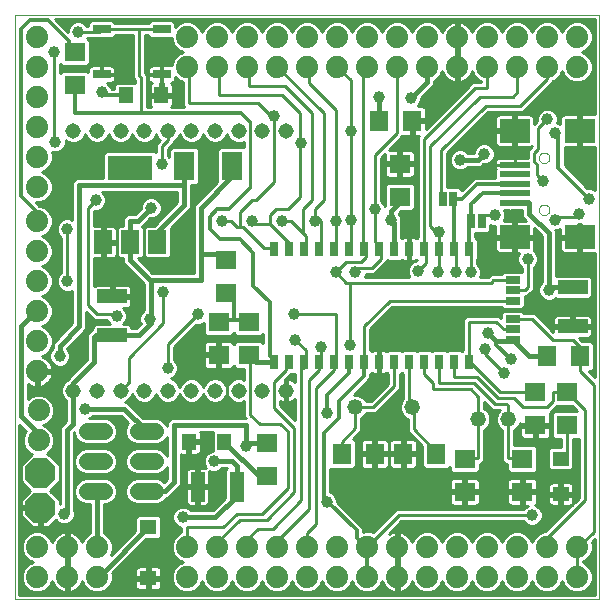
<source format=gtl>
G75*
G70*
%OFA0B0*%
%FSLAX24Y24*%
%IPPOS*%
%LPD*%
%AMOC8*
5,1,8,0,0,1.08239X$1,22.5*
%
%ADD10C,0.0000*%
%ADD11R,0.0709X0.0630*%
%ADD12C,0.0740*%
%ADD13C,0.0520*%
%ADD14R,0.0630X0.0709*%
%ADD15R,0.0551X0.0472*%
%ADD16R,0.0300X0.0500*%
%ADD17R,0.0600X0.0300*%
%ADD18C,0.0515*%
%ADD19R,0.0984X0.0197*%
%ADD20R,0.0984X0.0787*%
%ADD21R,0.0984X0.0472*%
%ADD22R,0.0472X0.0551*%
%ADD23C,0.0560*%
%ADD24R,0.0472X0.0984*%
%ADD25OC8,0.1000*%
%ADD26R,0.0579X0.0500*%
%ADD27R,0.0500X0.0250*%
%ADD28R,0.0250X0.0500*%
%ADD29R,0.0590X0.0790*%
%ADD30R,0.1500X0.0790*%
%ADD31R,0.0709X0.0945*%
%ADD32C,0.0100*%
%ADD33C,0.0396*%
%ADD34C,0.0120*%
%ADD35C,0.0160*%
D10*
X000897Y000806D02*
X000897Y020301D01*
X020382Y020291D01*
X020382Y000806D01*
X000897Y000806D01*
X018370Y013790D02*
X018372Y013816D01*
X018378Y013842D01*
X018388Y013867D01*
X018401Y013890D01*
X018417Y013910D01*
X018437Y013928D01*
X018459Y013943D01*
X018482Y013955D01*
X018508Y013963D01*
X018534Y013967D01*
X018560Y013967D01*
X018586Y013963D01*
X018612Y013955D01*
X018636Y013943D01*
X018657Y013928D01*
X018677Y013910D01*
X018693Y013890D01*
X018706Y013867D01*
X018716Y013842D01*
X018722Y013816D01*
X018724Y013790D01*
X018722Y013764D01*
X018716Y013738D01*
X018706Y013713D01*
X018693Y013690D01*
X018677Y013670D01*
X018657Y013652D01*
X018635Y013637D01*
X018612Y013625D01*
X018586Y013617D01*
X018560Y013613D01*
X018534Y013613D01*
X018508Y013617D01*
X018482Y013625D01*
X018458Y013637D01*
X018437Y013652D01*
X018417Y013670D01*
X018401Y013690D01*
X018388Y013713D01*
X018378Y013738D01*
X018372Y013764D01*
X018370Y013790D01*
X018370Y015522D02*
X018372Y015548D01*
X018378Y015574D01*
X018388Y015599D01*
X018401Y015622D01*
X018417Y015642D01*
X018437Y015660D01*
X018459Y015675D01*
X018482Y015687D01*
X018508Y015695D01*
X018534Y015699D01*
X018560Y015699D01*
X018586Y015695D01*
X018612Y015687D01*
X018636Y015675D01*
X018657Y015660D01*
X018677Y015642D01*
X018693Y015622D01*
X018706Y015599D01*
X018716Y015574D01*
X018722Y015548D01*
X018724Y015522D01*
X018722Y015496D01*
X018716Y015470D01*
X018706Y015445D01*
X018693Y015422D01*
X018677Y015402D01*
X018657Y015384D01*
X018635Y015369D01*
X018612Y015357D01*
X018586Y015349D01*
X018560Y015345D01*
X018534Y015345D01*
X018508Y015349D01*
X018482Y015357D01*
X018458Y015369D01*
X018437Y015384D01*
X018417Y015402D01*
X018401Y015422D01*
X018388Y015445D01*
X018378Y015470D01*
X018372Y015496D01*
X018370Y015522D01*
D11*
X013737Y015327D03*
X013737Y014225D03*
X008697Y010057D03*
X007697Y010057D03*
X007947Y011005D03*
X007947Y012107D03*
X007697Y008955D03*
X008697Y008955D03*
X009297Y006007D03*
X009297Y004905D03*
X015897Y004395D03*
X015897Y005497D03*
X017817Y005497D03*
X018247Y006615D03*
X019297Y006605D03*
X019297Y007707D03*
X018247Y007717D03*
X017817Y004395D03*
X002897Y017955D03*
X002897Y019057D03*
D12*
X001647Y019556D03*
X001647Y018556D03*
X001647Y017556D03*
X001647Y016556D03*
X001647Y015556D03*
X001647Y014556D03*
X001647Y013406D03*
X001647Y012406D03*
X001647Y011406D03*
X001647Y010406D03*
X001647Y009406D03*
X001647Y008406D03*
X001697Y007106D03*
X001697Y006106D03*
X001647Y002556D03*
X001647Y001556D03*
X002647Y001556D03*
X003647Y001556D03*
X003647Y002556D03*
X002647Y002556D03*
X006647Y002556D03*
X007647Y002556D03*
X007647Y001556D03*
X006647Y001556D03*
X008647Y001556D03*
X009647Y001556D03*
X010647Y001556D03*
X011647Y001556D03*
X012647Y001556D03*
X013647Y001556D03*
X014647Y001556D03*
X015647Y001556D03*
X016647Y001556D03*
X017647Y001556D03*
X018647Y001556D03*
X019647Y001556D03*
X019647Y002556D03*
X018647Y002556D03*
X017647Y002556D03*
X016647Y002556D03*
X015647Y002556D03*
X014647Y002556D03*
X013647Y002556D03*
X012647Y002556D03*
X011647Y002556D03*
X010647Y002556D03*
X009647Y002556D03*
X008647Y002556D03*
X008647Y018556D03*
X009647Y018556D03*
X010647Y018556D03*
X011647Y018556D03*
X012647Y018556D03*
X013647Y018556D03*
X014647Y018556D03*
X015647Y018556D03*
X016647Y018556D03*
X017647Y018556D03*
X018647Y018556D03*
X019647Y018556D03*
X019647Y019556D03*
X018647Y019556D03*
X017647Y019556D03*
X016647Y019556D03*
X015647Y019556D03*
X014647Y019556D03*
X013647Y019556D03*
X012647Y019556D03*
X011647Y019556D03*
X010647Y019556D03*
X009647Y019556D03*
X008647Y019556D03*
X007647Y019556D03*
X006647Y019556D03*
X006647Y018556D03*
X007647Y018556D03*
D13*
X012247Y007206D03*
X014147Y007206D03*
X016347Y006806D03*
X017347Y006806D03*
D14*
X018646Y008906D03*
X019748Y008906D03*
X014948Y005656D03*
X013846Y005656D03*
X012898Y005656D03*
X011796Y005656D03*
X013046Y016756D03*
X014148Y016756D03*
D15*
X019097Y005497D03*
X019097Y004316D03*
D16*
X016047Y008724D03*
X015547Y008724D03*
X015047Y008724D03*
X014547Y008724D03*
X014047Y008724D03*
X013547Y008724D03*
X013047Y008724D03*
X012547Y008724D03*
X012047Y008724D03*
X011547Y008724D03*
X011047Y008724D03*
X010547Y008724D03*
X010047Y008724D03*
X009547Y008724D03*
X009547Y012488D03*
X010047Y012488D03*
X010547Y012488D03*
X011047Y012488D03*
X011547Y012488D03*
X012047Y012488D03*
X012547Y012488D03*
X013047Y012488D03*
X013547Y012488D03*
X014047Y012488D03*
X014547Y012488D03*
X015047Y012488D03*
X015547Y012488D03*
X016047Y012488D03*
D17*
X005797Y018306D03*
X005797Y019806D03*
X003797Y019806D03*
X003797Y018306D03*
D18*
X003641Y016430D03*
X002854Y016430D03*
X004429Y016430D03*
X005216Y016430D03*
X006003Y016430D03*
X006791Y016430D03*
X007578Y016430D03*
X008366Y016430D03*
X009153Y016430D03*
X009940Y016430D03*
X009940Y007768D03*
X009153Y007768D03*
X008366Y007768D03*
X007578Y007768D03*
X006791Y007768D03*
X006003Y007768D03*
X005216Y007768D03*
X004429Y007768D03*
X003641Y007768D03*
X002854Y007768D03*
D19*
X017563Y014026D03*
X017563Y014341D03*
X017563Y014656D03*
X017563Y014971D03*
X017563Y015286D03*
D20*
X017563Y016428D03*
X019728Y016428D03*
X019728Y012885D03*
X017563Y012885D03*
D21*
X019497Y011206D03*
X019497Y009907D03*
X004147Y009607D03*
X004147Y010906D03*
D22*
X006706Y006056D03*
X007888Y006056D03*
X005788Y017606D03*
X004606Y017606D03*
D23*
X005017Y006406D02*
X005577Y006406D01*
X005577Y005406D02*
X005017Y005406D01*
X005017Y004406D02*
X005577Y004406D01*
X003877Y004406D02*
X003317Y004406D01*
X003317Y005406D02*
X003877Y005406D01*
X003877Y006406D02*
X003317Y006406D01*
D24*
X006997Y004556D03*
X008297Y004556D03*
D25*
X001747Y005006D03*
X001747Y003856D03*
D26*
X005347Y003203D03*
X005347Y001510D03*
D27*
X017497Y009456D03*
X017497Y009806D03*
X017497Y010156D03*
X017497Y010756D03*
X017497Y011106D03*
X017497Y011456D03*
D28*
X016474Y013406D03*
X016120Y013406D03*
X015524Y014156D03*
X015170Y014156D03*
D29*
X005657Y012716D03*
X004757Y012716D03*
X003857Y012716D03*
D30*
X004747Y015196D03*
D31*
X006550Y015256D03*
X008144Y015256D03*
D32*
X007640Y015292D02*
X007054Y015292D01*
X007054Y015194D02*
X007640Y015194D01*
X007640Y015095D02*
X007054Y015095D01*
X007054Y014997D02*
X007640Y014997D01*
X007640Y014898D02*
X007054Y014898D01*
X007054Y014799D02*
X007640Y014799D01*
X007640Y014724D02*
X007002Y014086D01*
X006867Y013952D01*
X006867Y012211D01*
X006867Y011686D01*
X005492Y011686D01*
X005007Y012171D01*
X005114Y012171D01*
X005202Y012259D01*
X005202Y013173D01*
X005146Y013230D01*
X005424Y013508D01*
X005516Y013508D01*
X005644Y013561D01*
X005742Y013659D01*
X005795Y013787D01*
X005795Y013926D01*
X005742Y014053D01*
X005644Y014151D01*
X005516Y014204D01*
X005378Y014204D01*
X005250Y014151D01*
X005152Y014053D01*
X005099Y013926D01*
X005099Y013833D01*
X004902Y013636D01*
X004842Y013636D01*
X004652Y013636D01*
X004517Y013502D01*
X004517Y013261D01*
X004400Y013261D01*
X004312Y013173D01*
X004312Y012259D01*
X004400Y012171D01*
X004517Y012171D01*
X004517Y012011D01*
X005167Y011361D01*
X005217Y011311D01*
X005217Y010458D01*
X005200Y010451D01*
X005102Y010353D01*
X005049Y010226D01*
X005049Y010087D01*
X005094Y009978D01*
X004952Y009836D01*
X004789Y009836D01*
X004789Y009905D01*
X004701Y009993D01*
X004526Y009993D01*
X004592Y010059D01*
X004645Y010187D01*
X004645Y010326D01*
X004592Y010453D01*
X004526Y010520D01*
X004659Y010520D01*
X004697Y010530D01*
X004731Y010550D01*
X004759Y010578D01*
X004779Y010612D01*
X004789Y010650D01*
X004789Y010856D01*
X004197Y010856D01*
X004197Y010956D01*
X004097Y010956D01*
X004097Y011292D01*
X003635Y011292D01*
X003597Y011282D01*
X003563Y011262D01*
X003547Y011246D01*
X003547Y012171D01*
X003807Y012171D01*
X003807Y012666D01*
X003907Y012666D01*
X003907Y012171D01*
X004172Y012171D01*
X004210Y012182D01*
X004244Y012201D01*
X004272Y012229D01*
X004292Y012263D01*
X004302Y012302D01*
X004302Y012666D01*
X003907Y012666D01*
X003907Y012766D01*
X004302Y012766D01*
X004302Y013131D01*
X004292Y013169D01*
X004272Y013203D01*
X004244Y013231D01*
X004210Y013251D01*
X004172Y013261D01*
X003907Y013261D01*
X003907Y012766D01*
X003807Y012766D01*
X003807Y013261D01*
X003547Y013261D01*
X003547Y013758D01*
X003666Y013758D01*
X003794Y013811D01*
X003892Y013909D01*
X003945Y014037D01*
X003945Y014176D01*
X003892Y014303D01*
X003819Y014376D01*
X006317Y014376D01*
X006317Y014052D01*
X005562Y013296D01*
X005527Y013261D01*
X005300Y013261D01*
X005212Y013173D01*
X005212Y012259D01*
X005300Y012171D01*
X006014Y012171D01*
X006102Y012259D01*
X006102Y013173D01*
X006096Y013180D01*
X006642Y013726D01*
X006777Y013861D01*
X006777Y014634D01*
X006966Y014634D01*
X007054Y014722D01*
X007054Y015791D01*
X006966Y015879D01*
X006133Y015879D01*
X006045Y015791D01*
X006045Y015550D01*
X005997Y015599D01*
X005997Y015823D01*
X006197Y016023D01*
X006197Y016069D01*
X006234Y016084D01*
X006349Y016199D01*
X006397Y016315D01*
X006445Y016199D01*
X006560Y016084D01*
X006710Y016022D01*
X006872Y016022D01*
X007021Y016084D01*
X007136Y016199D01*
X007184Y016315D01*
X007233Y016199D01*
X007347Y016084D01*
X007497Y016022D01*
X007659Y016022D01*
X007809Y016084D01*
X007924Y016199D01*
X007972Y016315D01*
X008020Y016199D01*
X008135Y016084D01*
X008284Y016022D01*
X008447Y016022D01*
X008557Y016068D01*
X008557Y015879D01*
X007728Y015879D01*
X007640Y015791D01*
X007640Y014724D01*
X007616Y014701D02*
X007033Y014701D01*
X006777Y014504D02*
X007419Y014504D01*
X007321Y014405D02*
X006777Y014405D01*
X006777Y014307D02*
X007222Y014307D01*
X007124Y014208D02*
X006777Y014208D01*
X006777Y014110D02*
X007025Y014110D01*
X006927Y014011D02*
X006777Y014011D01*
X006777Y013913D02*
X006867Y013913D01*
X006867Y013814D02*
X006730Y013814D01*
X006631Y013715D02*
X006867Y013715D01*
X006867Y013617D02*
X006533Y013617D01*
X006434Y013518D02*
X006867Y013518D01*
X006867Y013420D02*
X006336Y013420D01*
X006237Y013321D02*
X006867Y013321D01*
X006867Y013223D02*
X006139Y013223D01*
X006102Y013124D02*
X006867Y013124D01*
X006867Y013026D02*
X006102Y013026D01*
X006102Y012927D02*
X006867Y012927D01*
X006867Y012829D02*
X006102Y012829D01*
X006102Y012730D02*
X006867Y012730D01*
X006867Y012631D02*
X006102Y012631D01*
X006102Y012533D02*
X006867Y012533D01*
X006867Y012434D02*
X006102Y012434D01*
X006102Y012336D02*
X006867Y012336D01*
X006867Y012237D02*
X006080Y012237D01*
X005492Y011686D02*
X005492Y011686D01*
X005434Y011745D02*
X006867Y011745D01*
X006867Y011843D02*
X005335Y011843D01*
X005237Y011942D02*
X006867Y011942D01*
X006867Y012040D02*
X005138Y012040D01*
X005040Y012139D02*
X006867Y012139D01*
X005847Y011056D02*
X005847Y010006D01*
X004697Y008856D01*
X004697Y008036D01*
X004697Y008036D01*
X004429Y007768D01*
X004802Y007606D02*
X004842Y007606D01*
X004822Y007654D02*
X004774Y007537D01*
X004659Y007423D01*
X004571Y007386D01*
X004642Y007386D01*
X005192Y006836D01*
X005663Y006836D01*
X005821Y006771D01*
X005941Y006650D01*
X005967Y006588D01*
X005967Y006702D01*
X006102Y006836D01*
X006292Y006836D01*
X008502Y006836D01*
X008604Y006836D01*
X008557Y006883D01*
X008557Y007406D01*
X008447Y007361D01*
X008284Y007361D01*
X008135Y007423D01*
X008020Y007537D01*
X007972Y007654D01*
X007924Y007537D01*
X007809Y007423D01*
X007659Y007361D01*
X007497Y007361D01*
X007347Y007423D01*
X007233Y007537D01*
X007184Y007654D01*
X007136Y007537D01*
X007021Y007423D01*
X006872Y007361D01*
X006710Y007361D01*
X006560Y007423D01*
X006445Y007537D01*
X006397Y007654D01*
X006349Y007537D01*
X006234Y007423D01*
X006084Y007361D01*
X005922Y007361D01*
X005772Y007423D01*
X005658Y007537D01*
X005610Y007654D01*
X005561Y007537D01*
X005447Y007423D01*
X005297Y007361D01*
X005135Y007361D01*
X004985Y007423D01*
X004870Y007537D01*
X004822Y007654D01*
X004744Y007507D02*
X004901Y007507D01*
X005019Y007409D02*
X004626Y007409D01*
X004718Y007310D02*
X008557Y007310D01*
X008557Y007212D02*
X004817Y007212D01*
X004915Y007113D02*
X008557Y007113D01*
X008557Y007015D02*
X005014Y007015D01*
X005113Y006916D02*
X008557Y006916D01*
X008757Y006966D02*
X008757Y008706D01*
X008846Y008806D01*
X008557Y008490D02*
X008557Y008130D01*
X008447Y008176D01*
X008284Y008176D01*
X008135Y008114D01*
X008020Y007999D01*
X007972Y007882D01*
X007924Y007999D01*
X007809Y008114D01*
X007659Y008176D01*
X007497Y008176D01*
X007347Y008114D01*
X007233Y007999D01*
X007184Y007882D01*
X007136Y007999D01*
X007021Y008114D01*
X006872Y008176D01*
X006710Y008176D01*
X006560Y008114D01*
X006445Y007999D01*
X006397Y007882D01*
X006349Y007999D01*
X006234Y008114D01*
X006096Y008171D01*
X006194Y008211D01*
X006292Y008309D01*
X006345Y008437D01*
X006345Y008576D01*
X006292Y008703D01*
X006197Y008799D01*
X006197Y009223D01*
X006932Y009958D01*
X007066Y009958D01*
X007193Y010011D01*
X007193Y009680D01*
X007281Y009593D01*
X008113Y009593D01*
X008197Y009676D01*
X008281Y009593D01*
X009113Y009593D01*
X009187Y009666D01*
X009187Y009346D01*
X009113Y009420D01*
X008281Y009420D01*
X008193Y009332D01*
X008193Y009322D01*
X008191Y009328D01*
X008171Y009362D01*
X008143Y009390D01*
X008109Y009410D01*
X008071Y009420D01*
X007747Y009420D01*
X007747Y009005D01*
X007647Y009005D01*
X007647Y008905D01*
X007747Y008905D01*
X007747Y008490D01*
X008071Y008490D01*
X008109Y008500D01*
X008143Y008520D01*
X008171Y008548D01*
X008191Y008582D01*
X008193Y008588D01*
X008193Y008578D01*
X008281Y008490D01*
X008557Y008490D01*
X008557Y008394D02*
X006327Y008394D01*
X006345Y008493D02*
X007314Y008493D01*
X007323Y008490D02*
X007647Y008490D01*
X007647Y008905D01*
X007193Y008905D01*
X007193Y008620D01*
X007203Y008582D01*
X007223Y008548D01*
X007251Y008520D01*
X007285Y008500D01*
X007323Y008490D01*
X007200Y008591D02*
X006339Y008591D01*
X006298Y008690D02*
X007193Y008690D01*
X007193Y008788D02*
X006207Y008788D01*
X006197Y008887D02*
X007193Y008887D01*
X007193Y009005D02*
X007647Y009005D01*
X007647Y009420D01*
X007323Y009420D01*
X007285Y009410D01*
X007251Y009390D01*
X007223Y009362D01*
X007203Y009328D01*
X007193Y009290D01*
X007193Y009005D01*
X007193Y009084D02*
X006197Y009084D01*
X006197Y009182D02*
X007193Y009182D01*
X007193Y009281D02*
X006255Y009281D01*
X006353Y009380D02*
X007240Y009380D01*
X007198Y009675D02*
X006649Y009675D01*
X006747Y009774D02*
X007193Y009774D01*
X007193Y009872D02*
X006846Y009872D01*
X007097Y009971D02*
X007193Y009971D01*
X006997Y010306D02*
X005997Y009306D01*
X005997Y008506D01*
X006279Y008296D02*
X008557Y008296D01*
X008557Y008197D02*
X006160Y008197D01*
X006249Y008099D02*
X006545Y008099D01*
X006446Y008000D02*
X006348Y008000D01*
X006389Y007901D02*
X006405Y007901D01*
X006417Y007606D02*
X006377Y007606D01*
X006319Y007507D02*
X006475Y007507D01*
X006594Y007409D02*
X006200Y007409D01*
X005806Y007409D02*
X005413Y007409D01*
X005531Y007507D02*
X005688Y007507D01*
X005629Y007606D02*
X005590Y007606D01*
X005708Y006817D02*
X006083Y006817D01*
X005984Y006719D02*
X005872Y006719D01*
X005954Y006620D02*
X005967Y006620D01*
X005967Y006224D02*
X005967Y005588D01*
X005941Y005650D01*
X005821Y005771D01*
X005663Y005836D01*
X004931Y005836D01*
X004773Y005771D01*
X004652Y005650D01*
X004587Y005492D01*
X004587Y005321D01*
X004652Y005163D01*
X004773Y005042D01*
X004931Y004976D01*
X005663Y004976D01*
X005821Y005042D01*
X005941Y005163D01*
X005967Y005224D01*
X005967Y004802D01*
X005878Y004713D01*
X005821Y004771D01*
X005663Y004836D01*
X004931Y004836D01*
X004773Y004771D01*
X004652Y004650D01*
X004587Y004492D01*
X004587Y004321D01*
X004652Y004163D01*
X004773Y004042D01*
X004931Y003976D01*
X005663Y003976D01*
X005821Y004042D01*
X005941Y004163D01*
X005947Y004176D01*
X005992Y004176D01*
X006127Y004311D01*
X006427Y004611D01*
X006427Y004802D01*
X006427Y005637D01*
X006450Y005631D01*
X006656Y005631D01*
X006656Y006006D01*
X006756Y006006D01*
X006756Y005631D01*
X006962Y005631D01*
X007001Y005641D01*
X007035Y005661D01*
X007063Y005689D01*
X007082Y005723D01*
X007093Y005761D01*
X007093Y006006D01*
X006757Y006006D01*
X006757Y006106D01*
X007093Y006106D01*
X007093Y006352D01*
X007086Y006376D01*
X007501Y006376D01*
X007501Y005754D01*
X007478Y005754D01*
X007350Y005701D01*
X007252Y005603D01*
X007199Y005476D01*
X007199Y005337D01*
X007252Y005209D01*
X007266Y005195D01*
X007253Y005198D01*
X007047Y005198D01*
X007047Y004606D01*
X007048Y004606D02*
X007384Y004606D01*
X007384Y005068D01*
X007375Y005101D01*
X007478Y005058D01*
X007616Y005058D01*
X007744Y005111D01*
X007809Y005176D01*
X007976Y005176D01*
X007910Y005111D01*
X007910Y004195D01*
X007493Y003777D01*
X006768Y003777D01*
X006703Y003843D01*
X006575Y003896D01*
X006437Y003896D01*
X006309Y003843D01*
X006211Y003745D01*
X006158Y003617D01*
X006158Y003478D01*
X006211Y003350D01*
X006309Y003252D01*
X006437Y003199D01*
X006447Y003199D01*
X006447Y003036D01*
X006352Y002997D01*
X006206Y002851D01*
X006127Y002660D01*
X006127Y002453D01*
X006206Y002262D01*
X006352Y002115D01*
X006495Y002056D01*
X006352Y001997D01*
X006206Y001851D01*
X006127Y001660D01*
X006127Y001453D01*
X006206Y001262D01*
X006352Y001115D01*
X006544Y001036D01*
X006750Y001036D01*
X006942Y001115D01*
X007088Y001262D01*
X007147Y001405D01*
X007206Y001262D01*
X007352Y001115D01*
X007544Y001036D01*
X007750Y001036D01*
X007942Y001115D01*
X008088Y001262D01*
X008147Y001405D01*
X008206Y001262D01*
X008352Y001115D01*
X008544Y001036D01*
X008750Y001036D01*
X008942Y001115D01*
X009088Y001262D01*
X009147Y001405D01*
X009206Y001262D01*
X009352Y001115D01*
X009544Y001036D01*
X009750Y001036D01*
X009942Y001115D01*
X010088Y001262D01*
X010147Y001405D01*
X010206Y001262D01*
X010352Y001115D01*
X010544Y001036D01*
X010750Y001036D01*
X010942Y001115D01*
X011088Y001262D01*
X011147Y001405D01*
X011206Y001262D01*
X011352Y001115D01*
X011544Y001036D01*
X011750Y001036D01*
X011942Y001115D01*
X012088Y001262D01*
X012147Y001405D01*
X012206Y001262D01*
X012352Y001115D01*
X012544Y001036D01*
X012750Y001036D01*
X012942Y001115D01*
X013088Y001262D01*
X013148Y001408D01*
X013165Y001357D01*
X013202Y001284D01*
X013250Y001218D01*
X013308Y001160D01*
X013374Y001112D01*
X013447Y001074D01*
X013525Y001049D01*
X013597Y001038D01*
X013597Y001506D01*
X013697Y001506D01*
X013697Y001038D01*
X013769Y001049D01*
X013847Y001074D01*
X013920Y001112D01*
X013986Y001160D01*
X014044Y001218D01*
X014092Y001284D01*
X014129Y001357D01*
X014146Y001408D01*
X014206Y001262D01*
X014352Y001115D01*
X014544Y001036D01*
X014750Y001036D01*
X014942Y001115D01*
X015088Y001262D01*
X015147Y001405D01*
X015206Y001262D01*
X015352Y001115D01*
X015544Y001036D01*
X015750Y001036D01*
X015942Y001115D01*
X016088Y001262D01*
X016147Y001405D01*
X016206Y001262D01*
X016352Y001115D01*
X016544Y001036D01*
X016750Y001036D01*
X016942Y001115D01*
X017088Y001262D01*
X017147Y001405D01*
X017206Y001262D01*
X017352Y001115D01*
X017544Y001036D01*
X017750Y001036D01*
X017942Y001115D01*
X018088Y001262D01*
X018147Y001405D01*
X018206Y001262D01*
X018352Y001115D01*
X018544Y001036D01*
X018750Y001036D01*
X018942Y001115D01*
X019088Y001262D01*
X019147Y001405D01*
X019206Y001262D01*
X019352Y001115D01*
X019544Y001036D01*
X019750Y001036D01*
X019942Y001115D01*
X020088Y001262D01*
X020167Y001453D01*
X020167Y001660D01*
X020088Y001851D01*
X019942Y001997D01*
X019847Y002036D01*
X019847Y002076D01*
X019942Y002115D01*
X020088Y002262D01*
X020167Y002453D01*
X020167Y002660D01*
X020142Y002719D01*
X020232Y002809D01*
X020232Y000956D01*
X001047Y000956D01*
X001047Y006631D01*
X001267Y006411D01*
X001256Y006401D01*
X001177Y006210D01*
X001177Y006003D01*
X001256Y005812D01*
X001402Y005665D01*
X001462Y005641D01*
X001097Y005276D01*
X001097Y004737D01*
X001403Y004431D01*
X001097Y004126D01*
X001097Y003906D01*
X001697Y003906D01*
X001697Y003806D01*
X001797Y003806D01*
X001797Y003206D01*
X002016Y003206D01*
X002260Y003451D01*
X002350Y003361D01*
X002478Y003308D01*
X002616Y003308D01*
X002744Y003361D01*
X002842Y003459D01*
X002895Y003587D01*
X002895Y003726D01*
X002877Y003769D01*
X002877Y003852D01*
X002877Y006361D01*
X002887Y006371D01*
X002887Y006321D01*
X002952Y006163D01*
X003073Y006042D01*
X003231Y005976D01*
X003963Y005976D01*
X004121Y006042D01*
X004241Y006163D01*
X004307Y006321D01*
X004307Y006492D01*
X004241Y006650D01*
X004121Y006771D01*
X003963Y006836D01*
X003384Y006836D01*
X003444Y006861D01*
X003509Y006926D01*
X004452Y006926D01*
X004690Y006688D01*
X004652Y006650D01*
X004587Y006492D01*
X004587Y006321D01*
X004652Y006163D01*
X004773Y006042D01*
X004931Y005976D01*
X005663Y005976D01*
X005821Y006042D01*
X005941Y006163D01*
X005967Y006224D01*
X005967Y006128D02*
X005906Y006128D01*
X005967Y006029D02*
X005790Y006029D01*
X005967Y005931D02*
X002877Y005931D01*
X002877Y006029D02*
X003104Y006029D01*
X002988Y006128D02*
X002877Y006128D01*
X002877Y006226D02*
X002926Y006226D01*
X002887Y006325D02*
X002877Y006325D01*
X002417Y006325D02*
X002169Y006325D01*
X002138Y006401D02*
X001992Y006547D01*
X001849Y006606D01*
X001992Y006665D01*
X002138Y006812D01*
X002217Y007003D01*
X002217Y007210D01*
X002138Y007401D01*
X001992Y007547D01*
X001800Y007626D01*
X001594Y007626D01*
X001402Y007547D01*
X001327Y007472D01*
X001327Y007996D01*
X001374Y007962D01*
X001447Y007924D01*
X001525Y007899D01*
X001597Y007888D01*
X001597Y008356D01*
X001697Y008356D01*
X001697Y007888D01*
X001769Y007899D01*
X001847Y007924D01*
X001920Y007962D01*
X001986Y008010D01*
X002044Y008068D01*
X002092Y008134D01*
X002129Y008207D01*
X002154Y008284D01*
X002166Y008356D01*
X001697Y008356D01*
X001697Y008456D01*
X002166Y008456D01*
X002154Y008528D01*
X002129Y008606D01*
X002092Y008679D01*
X002044Y008745D01*
X001986Y008803D01*
X001920Y008851D01*
X001847Y008888D01*
X001795Y008905D01*
X001942Y008965D01*
X002088Y009112D01*
X002167Y009303D01*
X002167Y009510D01*
X002088Y009701D01*
X001942Y009847D01*
X001799Y009906D01*
X001942Y009965D01*
X002088Y010112D01*
X002167Y010303D01*
X002167Y010510D01*
X002088Y010701D01*
X001942Y010847D01*
X001799Y010906D01*
X001942Y010965D01*
X002088Y011112D01*
X002167Y011303D01*
X002167Y011510D01*
X002088Y011701D01*
X001942Y011847D01*
X001799Y011906D01*
X001942Y011965D01*
X002088Y012112D01*
X002167Y012303D01*
X002167Y012510D01*
X002088Y012701D01*
X001942Y012847D01*
X001799Y012906D01*
X001942Y012965D01*
X002088Y013112D01*
X002167Y013303D01*
X002167Y013510D01*
X002088Y013701D01*
X001942Y013847D01*
X001750Y013926D01*
X001724Y013926D01*
X001614Y014036D01*
X001750Y014036D01*
X001942Y014115D01*
X002088Y014262D01*
X002167Y014453D01*
X002167Y014660D01*
X002088Y014851D01*
X001942Y014997D01*
X003847Y014997D01*
X003847Y015095D02*
X001892Y015095D01*
X001942Y015115D02*
X002088Y015262D01*
X002167Y015453D01*
X002167Y015660D01*
X002140Y015724D01*
X002178Y015708D01*
X002316Y015708D01*
X002444Y015761D01*
X002542Y015859D01*
X002595Y015987D01*
X002595Y016112D01*
X002623Y016084D01*
X002773Y016022D01*
X002935Y016022D01*
X003084Y016084D01*
X003199Y016199D01*
X003247Y016315D01*
X003296Y016199D01*
X003410Y016084D01*
X003560Y016022D01*
X003722Y016022D01*
X003872Y016084D01*
X003986Y016199D01*
X004035Y016315D01*
X004083Y016199D01*
X004198Y016084D01*
X004347Y016022D01*
X004510Y016022D01*
X004659Y016084D01*
X004774Y016199D01*
X004822Y016315D01*
X004870Y016199D01*
X004985Y016084D01*
X005135Y016022D01*
X005297Y016022D01*
X005447Y016084D01*
X005561Y016199D01*
X005610Y016315D01*
X005658Y016199D01*
X005732Y016124D01*
X005597Y015989D01*
X005597Y015823D01*
X005597Y015703D01*
X005559Y015741D01*
X003935Y015741D01*
X003847Y015653D01*
X003847Y014836D01*
X002952Y014836D01*
X002817Y014702D01*
X002817Y014511D01*
X002817Y013463D01*
X002716Y013504D01*
X002578Y013504D01*
X002450Y013451D01*
X002352Y013353D01*
X002299Y013226D01*
X002299Y013087D01*
X002352Y012959D01*
X002447Y012864D01*
X002447Y011699D01*
X002352Y011603D01*
X002299Y011476D01*
X002299Y011337D01*
X002352Y011209D01*
X002450Y011111D01*
X002578Y011058D01*
X002716Y011058D01*
X002817Y011100D01*
X002817Y010002D01*
X002302Y009486D01*
X002167Y009352D01*
X002167Y009169D01*
X002102Y009103D01*
X002049Y008976D01*
X002049Y008837D01*
X002102Y008709D01*
X002200Y008611D01*
X002328Y008558D01*
X002466Y008558D01*
X002594Y008611D01*
X002692Y008709D01*
X002745Y008837D01*
X002745Y008976D01*
X002692Y009103D01*
X002631Y009165D01*
X003277Y009811D01*
X003277Y010002D01*
X003277Y010394D01*
X003447Y010223D01*
X003564Y010106D01*
X003982Y010106D01*
X004002Y010059D01*
X004068Y009993D01*
X003593Y009993D01*
X003505Y009905D01*
X003505Y009836D01*
X003502Y009836D01*
X003367Y009702D01*
X003317Y009652D01*
X003317Y009461D01*
X003317Y008802D01*
X002633Y008118D01*
X002623Y008114D01*
X002508Y007999D01*
X002446Y007849D01*
X002446Y007687D01*
X002508Y007537D01*
X002617Y007429D01*
X002617Y006752D01*
X002552Y006686D01*
X002417Y006552D01*
X002417Y003979D01*
X002397Y003971D01*
X002397Y004126D01*
X002091Y004431D01*
X002397Y004737D01*
X002397Y005276D01*
X002016Y005656D01*
X001969Y005656D01*
X001992Y005665D01*
X002138Y005812D01*
X002217Y006003D01*
X002217Y006210D01*
X002138Y006401D01*
X002115Y006423D02*
X002417Y006423D01*
X002417Y006522D02*
X002017Y006522D01*
X001883Y006620D02*
X002486Y006620D01*
X002584Y006719D02*
X002045Y006719D01*
X002140Y006817D02*
X002617Y006817D01*
X002617Y006916D02*
X002181Y006916D01*
X002217Y007015D02*
X002617Y007015D01*
X002617Y007113D02*
X002217Y007113D01*
X002216Y007212D02*
X002617Y007212D01*
X002617Y007310D02*
X002175Y007310D01*
X002130Y007409D02*
X002617Y007409D01*
X002538Y007507D02*
X002031Y007507D01*
X001850Y007606D02*
X002480Y007606D01*
X002446Y007704D02*
X001327Y007704D01*
X001327Y007606D02*
X001544Y007606D01*
X001363Y007507D02*
X001327Y007507D01*
X001327Y007803D02*
X002446Y007803D01*
X002468Y007901D02*
X001776Y007901D01*
X001697Y007901D02*
X001597Y007901D01*
X001518Y007901D02*
X001327Y007901D01*
X001597Y008000D02*
X001697Y008000D01*
X001697Y008099D02*
X001597Y008099D01*
X001597Y008197D02*
X001697Y008197D01*
X001697Y008296D02*
X001597Y008296D01*
X001697Y008394D02*
X002910Y008394D01*
X003008Y008493D02*
X002160Y008493D01*
X002134Y008591D02*
X002248Y008591D01*
X002121Y008690D02*
X002084Y008690D01*
X002069Y008788D02*
X002000Y008788D01*
X002049Y008887D02*
X001849Y008887D01*
X001961Y008985D02*
X002053Y008985D01*
X002060Y009084D02*
X002094Y009084D01*
X002117Y009182D02*
X002167Y009182D01*
X002158Y009281D02*
X002167Y009281D01*
X002167Y009380D02*
X002195Y009380D01*
X002167Y009478D02*
X002294Y009478D01*
X002392Y009577D02*
X002139Y009577D01*
X002098Y009675D02*
X002491Y009675D01*
X002589Y009774D02*
X002015Y009774D01*
X001881Y009872D02*
X002688Y009872D01*
X002786Y009971D02*
X001947Y009971D01*
X002045Y010069D02*
X002817Y010069D01*
X002817Y010168D02*
X002111Y010168D01*
X002152Y010266D02*
X002817Y010266D01*
X002817Y010365D02*
X002167Y010365D01*
X002167Y010464D02*
X002817Y010464D01*
X002817Y010562D02*
X002145Y010562D01*
X002104Y010661D02*
X002817Y010661D01*
X002817Y010759D02*
X002029Y010759D01*
X001916Y010858D02*
X002817Y010858D01*
X002817Y010956D02*
X001919Y010956D01*
X002031Y011055D02*
X002817Y011055D01*
X002647Y011406D02*
X002647Y013156D01*
X002418Y013420D02*
X002167Y013420D01*
X002163Y013518D02*
X002817Y013518D01*
X002817Y013617D02*
X002123Y013617D01*
X002073Y013715D02*
X002817Y013715D01*
X002817Y013814D02*
X001975Y013814D01*
X001784Y013913D02*
X002817Y013913D01*
X002817Y014011D02*
X001639Y014011D01*
X001927Y014110D02*
X002817Y014110D01*
X002817Y014208D02*
X002034Y014208D01*
X002106Y014307D02*
X002817Y014307D01*
X002817Y014405D02*
X002147Y014405D01*
X002167Y014504D02*
X002817Y014504D01*
X002817Y014602D02*
X002167Y014602D01*
X002150Y014701D02*
X002817Y014701D01*
X002915Y014799D02*
X002109Y014799D01*
X002041Y014898D02*
X003847Y014898D01*
X003847Y015194D02*
X002020Y015194D01*
X001942Y015115D02*
X001799Y015056D01*
X001942Y014997D01*
X002100Y015292D02*
X003847Y015292D01*
X003847Y015391D02*
X002141Y015391D01*
X002167Y015489D02*
X003847Y015489D01*
X003847Y015588D02*
X002167Y015588D01*
X002156Y015686D02*
X003880Y015686D01*
X003863Y016081D02*
X004206Y016081D01*
X004103Y016179D02*
X003967Y016179D01*
X004019Y016278D02*
X004050Y016278D01*
X004651Y016081D02*
X004994Y016081D01*
X004890Y016179D02*
X004754Y016179D01*
X004807Y016278D02*
X004838Y016278D01*
X005438Y016081D02*
X005688Y016081D01*
X005678Y016179D02*
X005542Y016179D01*
X005594Y016278D02*
X005625Y016278D01*
X005597Y015982D02*
X002593Y015982D01*
X002595Y016081D02*
X002631Y016081D01*
X002552Y015883D02*
X005597Y015883D01*
X005597Y015785D02*
X002468Y015785D01*
X002247Y016056D02*
X002207Y016096D01*
X002207Y019056D01*
X002247Y019056D01*
X002257Y019046D01*
X002407Y018666D02*
X002481Y018593D01*
X003313Y018593D01*
X003401Y018680D01*
X003401Y019435D01*
X003313Y019522D01*
X003305Y019522D01*
X003309Y019526D01*
X003415Y019526D01*
X003435Y019506D01*
X004159Y019506D01*
X004247Y019594D01*
X004247Y019606D01*
X004847Y019606D01*
X004847Y018339D01*
X004847Y018173D01*
X004897Y018123D01*
X004897Y018032D01*
X004308Y018032D01*
X004220Y017944D01*
X004220Y017816D01*
X004128Y017816D01*
X004092Y017903D01*
X003994Y018001D01*
X003982Y018006D01*
X004117Y018006D01*
X004155Y018017D01*
X004189Y018036D01*
X004217Y018064D01*
X004237Y018098D01*
X004247Y018137D01*
X004247Y018281D01*
X003822Y018281D01*
X003822Y018331D01*
X004247Y018331D01*
X004247Y018476D01*
X004237Y018514D01*
X004217Y018548D01*
X004189Y018576D01*
X004155Y018596D01*
X004117Y018606D01*
X003822Y018606D01*
X003822Y018332D01*
X003772Y018332D01*
X003772Y018606D01*
X003477Y018606D01*
X003439Y018596D01*
X003405Y018576D01*
X003377Y018548D01*
X003357Y018514D01*
X003347Y018476D01*
X003347Y018386D01*
X003313Y018420D01*
X002481Y018420D01*
X002407Y018346D01*
X002407Y018666D01*
X002407Y018643D02*
X002430Y018643D01*
X002407Y018544D02*
X003375Y018544D01*
X003364Y018643D02*
X004847Y018643D01*
X004847Y018741D02*
X003401Y018741D01*
X003401Y018840D02*
X004847Y018840D01*
X004847Y018938D02*
X003401Y018938D01*
X003401Y019037D02*
X004847Y019037D01*
X004847Y019135D02*
X003401Y019135D01*
X003401Y019234D02*
X004847Y019234D01*
X004847Y019332D02*
X003401Y019332D01*
X003401Y019431D02*
X004847Y019431D01*
X004847Y019530D02*
X004182Y019530D01*
X003797Y019806D02*
X003717Y019726D01*
X003017Y019726D01*
X002669Y019731D02*
X002250Y020151D01*
X020232Y020141D01*
X020232Y016972D01*
X019778Y016972D01*
X019778Y016478D01*
X019678Y016478D01*
X019678Y016972D01*
X019216Y016972D01*
X019178Y016961D01*
X019144Y016942D01*
X019116Y016914D01*
X019096Y016880D01*
X019086Y016841D01*
X019086Y016649D01*
X018982Y016692D01*
X019005Y016747D01*
X019005Y016886D01*
X018952Y017013D01*
X018854Y017111D01*
X018726Y017164D01*
X018588Y017164D01*
X018460Y017111D01*
X018362Y017013D01*
X018309Y016886D01*
X018309Y016751D01*
X018264Y016706D01*
X018205Y016647D01*
X018205Y016841D01*
X018195Y016880D01*
X018175Y016914D01*
X018147Y016942D01*
X018113Y016961D01*
X018075Y016972D01*
X017613Y016972D01*
X017613Y016478D01*
X017513Y016478D01*
X017513Y016972D01*
X017051Y016972D01*
X017013Y016961D01*
X016979Y016942D01*
X016951Y016914D01*
X016931Y016880D01*
X016921Y016841D01*
X016921Y016478D01*
X017513Y016478D01*
X017513Y016378D01*
X017613Y016378D01*
X017613Y015884D01*
X018075Y015884D01*
X018113Y015894D01*
X018147Y015914D01*
X018147Y015914D01*
X018147Y015909D01*
X018017Y015779D01*
X018017Y015613D01*
X018017Y015535D01*
X017563Y015535D01*
X017563Y015287D01*
X017563Y015287D01*
X017563Y015535D01*
X017051Y015535D01*
X017013Y015524D01*
X016979Y015505D01*
X016951Y015477D01*
X016931Y015443D01*
X016921Y015404D01*
X016921Y015286D01*
X016921Y015168D01*
X016928Y015139D01*
X016921Y015132D01*
X016921Y014866D01*
X016384Y014866D01*
X016211Y014866D01*
X015799Y014455D01*
X015799Y014468D01*
X015711Y014556D01*
X015357Y014556D01*
X015322Y014556D01*
X015322Y015698D01*
X016680Y017056D01*
X017664Y017056D01*
X017830Y017056D01*
X018730Y017956D01*
X018847Y018073D01*
X018847Y018076D01*
X018942Y018115D01*
X019088Y018262D01*
X019147Y018405D01*
X019206Y018262D01*
X019352Y018115D01*
X019544Y018036D01*
X019750Y018036D01*
X019942Y018115D01*
X020088Y018262D01*
X020167Y018453D01*
X020167Y018660D01*
X020088Y018851D01*
X019942Y018997D01*
X019799Y019056D01*
X019942Y019115D01*
X020088Y019262D01*
X020167Y019453D01*
X020167Y019660D01*
X020088Y019851D01*
X019942Y019997D01*
X019750Y020076D01*
X019544Y020076D01*
X019352Y019997D01*
X019206Y019851D01*
X019147Y019708D01*
X019088Y019851D01*
X018942Y019997D01*
X018750Y020076D01*
X018544Y020076D01*
X018352Y019997D01*
X018206Y019851D01*
X018147Y019708D01*
X018088Y019851D01*
X017942Y019997D01*
X017750Y020076D01*
X017544Y020076D01*
X017352Y019997D01*
X017206Y019851D01*
X017147Y019708D01*
X017088Y019851D01*
X016942Y019997D01*
X016750Y020076D01*
X016544Y020076D01*
X016352Y019997D01*
X016206Y019851D01*
X016146Y019704D01*
X016129Y019756D01*
X016092Y019829D01*
X016044Y019895D01*
X015986Y019953D01*
X015920Y020001D01*
X015847Y020038D01*
X015769Y020063D01*
X015697Y020075D01*
X015697Y019606D01*
X015597Y019606D01*
X015597Y020075D01*
X015525Y020063D01*
X015447Y020038D01*
X015374Y020001D01*
X015308Y019953D01*
X015250Y019895D01*
X015202Y019829D01*
X015165Y019756D01*
X015148Y019704D01*
X015088Y019851D01*
X014942Y019997D01*
X014750Y020076D01*
X014544Y020076D01*
X014352Y019997D01*
X014206Y019851D01*
X014147Y019708D01*
X014088Y019851D01*
X013942Y019997D01*
X013750Y020076D01*
X013544Y020076D01*
X013352Y019997D01*
X013206Y019851D01*
X013147Y019708D01*
X013088Y019851D01*
X012942Y019997D01*
X012750Y020076D01*
X012544Y020076D01*
X012352Y019997D01*
X012206Y019851D01*
X012147Y019708D01*
X012088Y019851D01*
X011942Y019997D01*
X011750Y020076D01*
X011544Y020076D01*
X011352Y019997D01*
X011206Y019851D01*
X011147Y019708D01*
X011088Y019851D01*
X010942Y019997D01*
X010750Y020076D01*
X010544Y020076D01*
X010352Y019997D01*
X010206Y019851D01*
X010147Y019708D01*
X010088Y019851D01*
X009942Y019997D01*
X009750Y020076D01*
X009544Y020076D01*
X009352Y019997D01*
X009206Y019851D01*
X009147Y019708D01*
X009088Y019851D01*
X008942Y019997D01*
X008750Y020076D01*
X008544Y020076D01*
X008352Y019997D01*
X008206Y019851D01*
X008147Y019708D01*
X008088Y019851D01*
X007942Y019997D01*
X007750Y020076D01*
X007544Y020076D01*
X007352Y019997D01*
X007206Y019851D01*
X007147Y019708D01*
X007088Y019851D01*
X006942Y019997D01*
X006750Y020076D01*
X006544Y020076D01*
X006352Y019997D01*
X006247Y019892D01*
X006247Y020018D01*
X006159Y020106D01*
X005435Y020106D01*
X005347Y020018D01*
X005347Y020006D01*
X004964Y020006D01*
X004247Y020006D01*
X004247Y020018D01*
X004159Y020106D01*
X003435Y020106D01*
X003347Y020018D01*
X003347Y019926D01*
X003309Y019926D01*
X003214Y020021D01*
X003086Y020074D01*
X002948Y020074D01*
X002820Y020021D01*
X002722Y019923D01*
X002669Y019796D01*
X002669Y019731D01*
X002681Y019825D02*
X002575Y019825D01*
X002476Y019924D02*
X002722Y019924D01*
X002822Y020022D02*
X002378Y020022D01*
X002279Y020121D02*
X020232Y020121D01*
X020232Y020022D02*
X019881Y020022D01*
X020015Y019924D02*
X020232Y019924D01*
X020232Y019825D02*
X020098Y019825D01*
X020139Y019727D02*
X020232Y019727D01*
X020232Y019628D02*
X020167Y019628D01*
X020167Y019530D02*
X020232Y019530D01*
X020232Y019431D02*
X020158Y019431D01*
X020117Y019332D02*
X020232Y019332D01*
X020232Y019234D02*
X020060Y019234D01*
X019961Y019135D02*
X020232Y019135D01*
X020232Y019037D02*
X019846Y019037D01*
X020000Y018938D02*
X020232Y018938D01*
X020232Y018840D02*
X020092Y018840D01*
X020133Y018741D02*
X020232Y018741D01*
X020232Y018643D02*
X020167Y018643D01*
X020167Y018544D02*
X020232Y018544D01*
X020232Y018446D02*
X020164Y018446D01*
X020123Y018347D02*
X020232Y018347D01*
X020232Y018248D02*
X020075Y018248D01*
X019976Y018150D02*
X020232Y018150D01*
X020232Y018051D02*
X019787Y018051D01*
X019507Y018051D02*
X018825Y018051D01*
X018726Y017953D02*
X020232Y017953D01*
X020232Y017854D02*
X018628Y017854D01*
X018529Y017756D02*
X020232Y017756D01*
X020232Y017657D02*
X018431Y017657D01*
X018332Y017559D02*
X020232Y017559D01*
X020232Y017460D02*
X018234Y017460D01*
X018135Y017362D02*
X020232Y017362D01*
X020232Y017263D02*
X018037Y017263D01*
X017938Y017164D02*
X020232Y017164D01*
X020232Y017066D02*
X018900Y017066D01*
X018971Y016967D02*
X019201Y016967D01*
X019093Y016869D02*
X019005Y016869D01*
X019005Y016770D02*
X019086Y016770D01*
X019086Y016672D02*
X019031Y016672D01*
X018657Y016816D02*
X018347Y016506D01*
X018347Y015826D01*
X018217Y015696D01*
X018217Y015386D01*
X018297Y015306D01*
X018297Y014956D01*
X018497Y014756D01*
X017797Y014656D02*
X017563Y014656D01*
X017548Y014356D02*
X017563Y014341D01*
X017535Y013776D02*
X017563Y013760D01*
X017626Y013776D01*
X017817Y013776D01*
X017817Y013752D01*
X017817Y013561D01*
X017950Y013428D01*
X017613Y013428D01*
X017613Y012935D01*
X017513Y012935D01*
X017513Y013428D01*
X017200Y013428D01*
X017245Y013537D01*
X017245Y013676D01*
X017203Y013778D01*
X017372Y013778D01*
X017392Y013763D01*
X017476Y013778D01*
X017500Y013778D01*
X017502Y013776D01*
X017535Y013776D01*
X017817Y013715D02*
X017229Y013715D01*
X017245Y013617D02*
X017817Y013617D01*
X017860Y013518D02*
X017237Y013518D01*
X017513Y013420D02*
X017613Y013420D01*
X017613Y013321D02*
X017513Y013321D01*
X017513Y013223D02*
X017613Y013223D01*
X017613Y013124D02*
X017513Y013124D01*
X017513Y013026D02*
X017613Y013026D01*
X017613Y012935D02*
X018205Y012935D01*
X018205Y013173D01*
X018467Y012911D01*
X018467Y011369D01*
X018402Y011303D01*
X018349Y011176D01*
X018349Y011037D01*
X018402Y010909D01*
X018500Y010811D01*
X018628Y010758D01*
X018766Y010758D01*
X018894Y010811D01*
X018923Y010840D01*
X018943Y010820D01*
X020051Y010820D01*
X020139Y010908D01*
X020139Y011504D01*
X020051Y011592D01*
X018943Y011592D01*
X018927Y011576D01*
X018927Y013102D01*
X018920Y013108D01*
X018966Y013108D01*
X019086Y013158D01*
X019086Y012935D01*
X019678Y012935D01*
X019678Y013308D01*
X019766Y013308D01*
X019778Y013313D01*
X019778Y012935D01*
X019678Y012935D01*
X019678Y012835D01*
X019086Y012835D01*
X019086Y012471D01*
X019096Y012433D01*
X019116Y012399D01*
X019144Y012371D01*
X019178Y012351D01*
X019216Y012341D01*
X019678Y012341D01*
X019678Y012834D01*
X019778Y012834D01*
X019778Y012341D01*
X020232Y012341D01*
X020232Y008204D01*
X020034Y008402D01*
X020125Y008402D01*
X020213Y008490D01*
X020213Y009323D01*
X020125Y009411D01*
X019826Y009411D01*
X019716Y009520D01*
X020009Y009520D01*
X020047Y009531D01*
X020081Y009550D01*
X020109Y009578D01*
X020129Y009613D01*
X020139Y009651D01*
X020139Y009857D01*
X019547Y009857D01*
X019547Y009957D01*
X019447Y009957D01*
X019447Y010293D01*
X018985Y010293D01*
X018947Y010283D01*
X018913Y010263D01*
X018885Y010235D01*
X018865Y010201D01*
X018855Y010163D01*
X018855Y009957D01*
X019447Y009957D01*
X019447Y009857D01*
X018855Y009857D01*
X018855Y009731D01*
X018347Y010239D01*
X018230Y010356D01*
X017884Y010356D01*
X017809Y010431D01*
X017185Y010431D01*
X017097Y010343D01*
X017097Y010199D01*
X017030Y010266D01*
X016864Y010266D01*
X015964Y010266D01*
X015847Y010149D01*
X015847Y009983D01*
X015847Y009124D01*
X015835Y009124D01*
X015797Y009086D01*
X015759Y009124D01*
X015335Y009124D01*
X015297Y009086D01*
X015259Y009124D01*
X014835Y009124D01*
X014797Y009086D01*
X014759Y009124D01*
X014335Y009124D01*
X014297Y009086D01*
X014259Y009124D01*
X013835Y009124D01*
X013797Y009086D01*
X013759Y009124D01*
X013335Y009124D01*
X013297Y009086D01*
X013289Y009094D01*
X013255Y009114D01*
X013217Y009124D01*
X013072Y009124D01*
X013072Y008750D01*
X013022Y008750D01*
X013022Y009124D01*
X012877Y009124D01*
X012839Y009114D01*
X012805Y009094D01*
X012797Y009086D01*
X012759Y009124D01*
X012747Y009124D01*
X012747Y009823D01*
X013480Y010556D01*
X017110Y010556D01*
X017185Y010481D01*
X017809Y010481D01*
X017897Y010569D01*
X017897Y010906D01*
X017980Y010906D01*
X018080Y011006D01*
X018197Y011123D01*
X018197Y011864D01*
X018292Y011959D01*
X018345Y012087D01*
X018345Y012226D01*
X018292Y012353D01*
X018198Y012447D01*
X018205Y012471D01*
X018205Y012835D01*
X017613Y012835D01*
X017613Y012935D01*
X017613Y012927D02*
X018451Y012927D01*
X018467Y012829D02*
X018205Y012829D01*
X018205Y012730D02*
X018467Y012730D01*
X018467Y012631D02*
X018205Y012631D01*
X018205Y012533D02*
X018467Y012533D01*
X018437Y012586D02*
X018437Y011386D01*
X018377Y011326D01*
X018377Y011286D01*
X018337Y011246D01*
X018337Y010706D01*
X018437Y010606D01*
X019437Y010606D01*
X019497Y010546D01*
X019497Y009907D01*
X019547Y009872D02*
X020232Y009872D01*
X020232Y009774D02*
X020139Y009774D01*
X020139Y009675D02*
X020232Y009675D01*
X020232Y009577D02*
X020107Y009577D01*
X020232Y009478D02*
X019758Y009478D01*
X019497Y009456D02*
X019747Y009206D01*
X019747Y008906D01*
X019748Y008906D01*
X019747Y008906D02*
X019747Y008406D01*
X020197Y007956D01*
X020197Y003056D01*
X019647Y002506D01*
X019647Y001556D01*
X020027Y001200D02*
X020232Y001200D01*
X020232Y001102D02*
X019909Y001102D01*
X020103Y001299D02*
X020232Y001299D01*
X020232Y001398D02*
X020144Y001398D01*
X020167Y001496D02*
X020232Y001496D01*
X020232Y001595D02*
X020167Y001595D01*
X020153Y001693D02*
X020232Y001693D01*
X020232Y001792D02*
X020112Y001792D01*
X020048Y001890D02*
X020232Y001890D01*
X020232Y001989D02*
X019950Y001989D01*
X019874Y002087D02*
X020232Y002087D01*
X020232Y002186D02*
X020012Y002186D01*
X020097Y002284D02*
X020232Y002284D01*
X020232Y002383D02*
X020138Y002383D01*
X020167Y002482D02*
X020232Y002482D01*
X020232Y002580D02*
X020167Y002580D01*
X020159Y002679D02*
X020232Y002679D01*
X020232Y002777D02*
X020201Y002777D01*
X019271Y003763D02*
X018459Y003763D01*
X018442Y003803D02*
X018495Y003676D01*
X018495Y003537D01*
X018442Y003409D01*
X018344Y003311D01*
X018216Y003258D01*
X018078Y003258D01*
X017950Y003311D01*
X017855Y003406D01*
X013780Y003406D01*
X013375Y003001D01*
X013447Y003038D01*
X013525Y003063D01*
X013597Y003075D01*
X013597Y002606D01*
X013697Y002606D01*
X013697Y003075D01*
X013769Y003063D01*
X013847Y003038D01*
X013920Y003001D01*
X013986Y002953D01*
X014044Y002895D01*
X014092Y002829D01*
X014129Y002756D01*
X014146Y002704D01*
X014206Y002851D01*
X014352Y002997D01*
X014544Y003076D01*
X014750Y003076D01*
X014942Y002997D01*
X015088Y002851D01*
X015147Y002708D01*
X015206Y002851D01*
X015352Y002997D01*
X015544Y003076D01*
X015750Y003076D01*
X015942Y002997D01*
X016088Y002851D01*
X016147Y002708D01*
X016206Y002851D01*
X016352Y002997D01*
X016544Y003076D01*
X016750Y003076D01*
X016942Y002997D01*
X017088Y002851D01*
X017147Y002708D01*
X017206Y002851D01*
X017352Y002997D01*
X017544Y003076D01*
X017750Y003076D01*
X017942Y002997D01*
X018088Y002851D01*
X018147Y002708D01*
X018206Y002851D01*
X018352Y002997D01*
X018544Y003076D01*
X018584Y003076D01*
X019697Y004189D01*
X019697Y006140D01*
X019497Y006140D01*
X019497Y005821D01*
X019523Y005795D01*
X019523Y005198D01*
X019435Y005111D01*
X018759Y005111D01*
X018671Y005198D01*
X018671Y005795D01*
X018759Y005883D01*
X019097Y005883D01*
X019097Y006140D01*
X018881Y006140D01*
X018793Y006228D01*
X018793Y006982D01*
X018881Y007070D01*
X019652Y007070D01*
X019479Y007243D01*
X018966Y007243D01*
X018847Y007123D01*
X018730Y007007D01*
X018741Y006988D01*
X018751Y006950D01*
X018751Y006665D01*
X018297Y006665D01*
X018297Y006565D01*
X018297Y006150D01*
X018621Y006150D01*
X018659Y006160D01*
X018693Y006180D01*
X018721Y006208D01*
X018741Y006242D01*
X018751Y006280D01*
X018751Y006565D01*
X018297Y006565D01*
X018197Y006565D01*
X018197Y006150D01*
X017873Y006150D01*
X017835Y006160D01*
X017801Y006180D01*
X017773Y006208D01*
X017753Y006242D01*
X017743Y006280D01*
X017743Y006565D01*
X018197Y006565D01*
X018197Y006665D01*
X017743Y006665D01*
X017743Y006690D01*
X017695Y006574D01*
X017579Y006459D01*
X017547Y006445D01*
X017547Y005962D01*
X018233Y005962D01*
X018321Y005875D01*
X018321Y005120D01*
X018233Y005033D01*
X017401Y005033D01*
X017313Y005120D01*
X017313Y005306D01*
X017264Y005306D01*
X017147Y005423D01*
X017147Y006445D01*
X017115Y006459D01*
X016999Y006574D01*
X016937Y006725D01*
X016937Y006888D01*
X016999Y007039D01*
X017067Y007106D01*
X016980Y007106D01*
X016814Y007106D01*
X016547Y007374D01*
X016547Y007167D01*
X016579Y007154D01*
X016695Y007039D01*
X016757Y006888D01*
X016757Y006725D01*
X016695Y006574D01*
X016579Y006459D01*
X016547Y006445D01*
X016547Y005423D01*
X016430Y005306D01*
X016401Y005306D01*
X016401Y005120D01*
X016313Y005033D01*
X015481Y005033D01*
X015393Y005120D01*
X015393Y005219D01*
X015325Y005152D01*
X014571Y005152D01*
X014483Y005240D01*
X014483Y005914D01*
X014114Y006283D01*
X013997Y006401D01*
X013997Y006825D01*
X013915Y006859D01*
X013799Y006974D01*
X013737Y007125D01*
X013737Y007288D01*
X013799Y007439D01*
X013847Y007486D01*
X013847Y008324D01*
X013835Y008324D01*
X013797Y008362D01*
X013759Y008324D01*
X013747Y008324D01*
X013747Y007823D01*
X013630Y007706D01*
X012930Y007006D01*
X012764Y007006D01*
X012608Y007006D01*
X012595Y006974D01*
X012479Y006859D01*
X012447Y006845D01*
X012447Y006423D01*
X013997Y006423D01*
X013997Y006522D02*
X012447Y006522D01*
X012447Y006620D02*
X013997Y006620D01*
X013997Y006719D02*
X012447Y006719D01*
X012447Y006817D02*
X013997Y006817D01*
X013857Y006916D02*
X012536Y006916D01*
X012938Y007015D02*
X013783Y007015D01*
X013742Y007113D02*
X013037Y007113D01*
X013135Y007212D02*
X013737Y007212D01*
X013746Y007310D02*
X013234Y007310D01*
X013332Y007409D02*
X013787Y007409D01*
X013847Y007507D02*
X013431Y007507D01*
X013529Y007606D02*
X013847Y007606D01*
X013847Y007704D02*
X013628Y007704D01*
X013726Y007803D02*
X013847Y007803D01*
X013847Y007901D02*
X013747Y007901D01*
X013747Y008000D02*
X013847Y008000D01*
X013847Y008099D02*
X013747Y008099D01*
X013747Y008197D02*
X013847Y008197D01*
X013847Y008296D02*
X013747Y008296D01*
X013347Y008296D02*
X012757Y008296D01*
X012757Y008324D02*
X012759Y008324D01*
X012797Y008362D01*
X012805Y008354D01*
X012839Y008335D01*
X012877Y008324D01*
X013022Y008324D01*
X013022Y008699D01*
X013072Y008699D01*
X013072Y008324D01*
X013217Y008324D01*
X013255Y008335D01*
X013289Y008354D01*
X013297Y008362D01*
X013335Y008324D01*
X013347Y008324D01*
X013347Y007989D01*
X012764Y007406D01*
X012608Y007406D01*
X012595Y007439D01*
X012479Y007554D01*
X012329Y007616D01*
X012204Y007616D01*
X012757Y008169D01*
X012757Y008324D01*
X012757Y008197D02*
X013347Y008197D01*
X013347Y008099D02*
X012686Y008099D01*
X012588Y008000D02*
X013347Y008000D01*
X013259Y007901D02*
X012489Y007901D01*
X012391Y007803D02*
X013161Y007803D01*
X013062Y007704D02*
X012292Y007704D01*
X012354Y007606D02*
X012964Y007606D01*
X012865Y007507D02*
X012526Y007507D01*
X012607Y007409D02*
X012767Y007409D01*
X012847Y007206D02*
X013547Y007906D01*
X013547Y008724D01*
X013072Y008690D02*
X013022Y008690D01*
X013022Y008788D02*
X013072Y008788D01*
X013072Y008887D02*
X013022Y008887D01*
X013022Y008985D02*
X013072Y008985D01*
X013072Y009084D02*
X013022Y009084D01*
X012747Y009182D02*
X015847Y009182D01*
X015847Y009281D02*
X012747Y009281D01*
X012747Y009380D02*
X015847Y009380D01*
X015847Y009478D02*
X012747Y009478D01*
X012747Y009577D02*
X015847Y009577D01*
X015847Y009675D02*
X012747Y009675D01*
X012747Y009774D02*
X015847Y009774D01*
X015847Y009872D02*
X012796Y009872D01*
X012894Y009971D02*
X015847Y009971D01*
X015847Y010069D02*
X012993Y010069D01*
X013091Y010168D02*
X015866Y010168D01*
X016047Y010066D02*
X016947Y010066D01*
X017207Y009806D01*
X017497Y009806D01*
X017497Y010156D02*
X018147Y010156D01*
X018847Y009456D01*
X019497Y009456D01*
X019447Y009872D02*
X018714Y009872D01*
X018812Y009774D02*
X018855Y009774D01*
X018855Y009971D02*
X018615Y009971D01*
X018517Y010069D02*
X018855Y010069D01*
X018856Y010168D02*
X018418Y010168D01*
X018320Y010266D02*
X018919Y010266D01*
X018769Y010759D02*
X020232Y010759D01*
X020232Y010661D02*
X017897Y010661D01*
X017897Y010759D02*
X018625Y010759D01*
X018453Y010858D02*
X017897Y010858D01*
X018030Y010956D02*
X018382Y010956D01*
X018349Y011055D02*
X018128Y011055D01*
X018197Y011153D02*
X018349Y011153D01*
X018381Y011252D02*
X018197Y011252D01*
X018197Y011350D02*
X018449Y011350D01*
X018467Y011449D02*
X018197Y011449D01*
X018197Y011548D02*
X018467Y011548D01*
X018467Y011646D02*
X018197Y011646D01*
X018197Y011745D02*
X018467Y011745D01*
X018467Y011843D02*
X018197Y011843D01*
X018275Y011942D02*
X018467Y011942D01*
X018467Y012040D02*
X018326Y012040D01*
X018345Y012139D02*
X018467Y012139D01*
X018467Y012237D02*
X018340Y012237D01*
X018299Y012336D02*
X018467Y012336D01*
X018467Y012434D02*
X018211Y012434D01*
X018437Y012586D02*
X018357Y012666D01*
X018357Y012846D01*
X018319Y012885D01*
X017563Y012885D01*
X017513Y012927D02*
X016257Y012927D01*
X016257Y012888D02*
X016257Y013006D01*
X016287Y013006D01*
X016661Y013006D01*
X016749Y013094D01*
X016749Y013291D01*
X016828Y013258D01*
X016921Y013258D01*
X016921Y012935D01*
X017513Y012935D01*
X017513Y012835D01*
X016921Y012835D01*
X016921Y012471D01*
X016931Y012433D01*
X016951Y012399D01*
X016979Y012371D01*
X017013Y012351D01*
X017051Y012341D01*
X017513Y012341D01*
X017513Y012834D01*
X017613Y012834D01*
X017613Y012341D01*
X017697Y012341D01*
X017649Y012226D01*
X017649Y012087D01*
X017702Y011959D01*
X017797Y011864D01*
X017797Y011731D01*
X017185Y011731D01*
X017110Y011656D01*
X016764Y011656D01*
X016664Y011556D01*
X016412Y011556D01*
X016445Y011637D01*
X016445Y011776D01*
X016392Y011903D01*
X016297Y011999D01*
X016297Y012126D01*
X016347Y012176D01*
X016347Y012800D01*
X016259Y012888D01*
X016257Y012888D01*
X016319Y012829D02*
X016921Y012829D01*
X016921Y012730D02*
X016347Y012730D01*
X016347Y012631D02*
X016921Y012631D01*
X016921Y012533D02*
X016347Y012533D01*
X016347Y012434D02*
X016930Y012434D01*
X017513Y012434D02*
X017613Y012434D01*
X017613Y012533D02*
X017513Y012533D01*
X017513Y012631D02*
X017613Y012631D01*
X017613Y012730D02*
X017513Y012730D01*
X017513Y012829D02*
X017613Y012829D01*
X017695Y012336D02*
X016347Y012336D01*
X016347Y012237D02*
X017654Y012237D01*
X017649Y012139D02*
X016310Y012139D01*
X016297Y012040D02*
X017668Y012040D01*
X017719Y011942D02*
X016354Y011942D01*
X016417Y011843D02*
X017797Y011843D01*
X017797Y011745D02*
X016445Y011745D01*
X016445Y011646D02*
X016754Y011646D01*
X016847Y011456D02*
X017497Y011456D01*
X017497Y011106D02*
X017897Y011106D01*
X017997Y011206D01*
X017997Y012156D01*
X018205Y013026D02*
X018352Y013026D01*
X018254Y013124D02*
X018205Y013124D01*
X018927Y013026D02*
X019086Y013026D01*
X019086Y013124D02*
X019005Y013124D01*
X018927Y012927D02*
X019678Y012927D01*
X019678Y012829D02*
X019778Y012829D01*
X019778Y012730D02*
X019678Y012730D01*
X019678Y012631D02*
X019778Y012631D01*
X019778Y012533D02*
X019678Y012533D01*
X019678Y012434D02*
X019778Y012434D01*
X020232Y012336D02*
X018927Y012336D01*
X018927Y012434D02*
X019096Y012434D01*
X019086Y012533D02*
X018927Y012533D01*
X018927Y012631D02*
X019086Y012631D01*
X019086Y012730D02*
X018927Y012730D01*
X018927Y012829D02*
X019086Y012829D01*
X018927Y012237D02*
X020232Y012237D01*
X020232Y012139D02*
X018927Y012139D01*
X018927Y012040D02*
X020232Y012040D01*
X020232Y011942D02*
X018927Y011942D01*
X018927Y011843D02*
X020232Y011843D01*
X020232Y011745D02*
X018927Y011745D01*
X018927Y011646D02*
X020232Y011646D01*
X020232Y011548D02*
X020096Y011548D01*
X020139Y011449D02*
X020232Y011449D01*
X020232Y011350D02*
X020139Y011350D01*
X020139Y011252D02*
X020232Y011252D01*
X020232Y011153D02*
X020139Y011153D01*
X020139Y011055D02*
X020232Y011055D01*
X020232Y010956D02*
X020139Y010956D01*
X020089Y010858D02*
X020232Y010858D01*
X020232Y010562D02*
X017890Y010562D01*
X017875Y010365D02*
X020232Y010365D01*
X020232Y010464D02*
X013387Y010464D01*
X013289Y010365D02*
X017119Y010365D01*
X017097Y010266D02*
X013190Y010266D01*
X013397Y010756D02*
X017497Y010756D01*
X016797Y011356D02*
X012077Y011356D01*
X011947Y011356D01*
X011597Y011706D01*
X011947Y012056D01*
X012447Y012056D01*
X012597Y012206D01*
X012597Y012406D01*
X012547Y012488D01*
X012497Y012506D01*
X012497Y018406D01*
X012647Y018556D01*
X012097Y018106D02*
X011647Y018556D01*
X012097Y018106D02*
X012097Y016406D01*
X012097Y013466D01*
X012097Y012506D01*
X012047Y012488D01*
X011597Y012506D02*
X011597Y013406D01*
X011597Y017106D01*
X010697Y018006D01*
X010697Y018506D01*
X010647Y018556D01*
X009897Y017906D02*
X008697Y017906D01*
X008697Y018506D01*
X008647Y018556D01*
X007697Y018506D02*
X007697Y017606D01*
X009797Y017606D01*
X010397Y017006D01*
X010397Y016006D01*
X010447Y016006D01*
X010397Y016006D02*
X010397Y014206D01*
X009997Y013806D01*
X009597Y013806D01*
X009397Y013606D01*
X009397Y013306D01*
X008797Y013306D01*
X008797Y013406D01*
X008497Y013206D02*
X009197Y012506D01*
X009497Y012506D01*
X009547Y012488D01*
X010047Y012488D02*
X010097Y012506D01*
X010097Y012606D01*
X009397Y013306D01*
X009797Y013406D02*
X010097Y013406D01*
X010497Y013006D01*
X010497Y013806D01*
X010797Y014106D01*
X010797Y017006D01*
X009897Y017906D01*
X009647Y018556D02*
X011197Y017006D01*
X011197Y014106D01*
X010897Y013806D01*
X010897Y013406D01*
X011097Y013406D01*
X010997Y013506D01*
X011097Y013406D02*
X011097Y012506D01*
X011047Y012488D01*
X010597Y012506D02*
X010597Y012906D01*
X010497Y013006D01*
X010597Y012506D02*
X010547Y012488D01*
X011547Y012488D02*
X011597Y012506D01*
X012247Y011706D02*
X012397Y011856D01*
X012797Y011856D01*
X013097Y012156D01*
X013097Y012406D01*
X013047Y012488D01*
X013097Y012506D01*
X012897Y012706D01*
X012897Y013806D01*
X012897Y015606D01*
X013647Y016356D01*
X013647Y018556D01*
X014573Y017657D02*
X015785Y017657D01*
X015687Y017559D02*
X014475Y017559D01*
X014445Y017529D02*
X014742Y017826D01*
X014877Y017961D01*
X014877Y018089D01*
X014942Y018115D01*
X015088Y018262D01*
X015148Y018408D01*
X015165Y018357D01*
X015202Y018284D01*
X015250Y018218D01*
X015308Y018160D01*
X015374Y018112D01*
X015447Y018074D01*
X015525Y018049D01*
X015597Y018038D01*
X015597Y018506D01*
X015697Y018506D01*
X015697Y018038D01*
X015769Y018049D01*
X015847Y018074D01*
X015920Y018112D01*
X015986Y018160D01*
X016044Y018218D01*
X016092Y018284D01*
X016129Y018357D01*
X016146Y018408D01*
X016206Y018262D01*
X016352Y018115D01*
X016447Y018076D01*
X016447Y018056D01*
X016330Y018056D01*
X016164Y018056D01*
X016047Y017939D01*
X016047Y017919D01*
X014613Y016485D01*
X014613Y016706D01*
X014198Y016706D01*
X014198Y016252D01*
X014380Y016252D01*
X014347Y016219D01*
X014347Y016053D01*
X014347Y012888D01*
X014335Y012888D01*
X014297Y012850D01*
X014289Y012858D01*
X014255Y012878D01*
X014217Y012888D01*
X014072Y012888D01*
X014072Y012513D01*
X014022Y012513D01*
X014022Y012888D01*
X013877Y012888D01*
X013839Y012878D01*
X013805Y012858D01*
X013797Y012850D01*
X013787Y012860D01*
X013787Y013241D01*
X013787Y013432D01*
X013775Y013443D01*
X013775Y013536D01*
X013722Y013663D01*
X013701Y013685D01*
X013776Y013760D01*
X014153Y013760D01*
X014241Y013848D01*
X014241Y014602D01*
X014347Y014602D01*
X014347Y014504D02*
X014241Y014504D01*
X014241Y014602D02*
X014153Y014690D01*
X013321Y014690D01*
X013233Y014602D01*
X013097Y014602D01*
X013097Y014504D02*
X013233Y014504D01*
X013233Y014602D02*
X013233Y013905D01*
X013192Y014003D01*
X013097Y014099D01*
X013097Y015523D01*
X013233Y015659D01*
X013233Y015377D01*
X013687Y015377D01*
X013687Y015278D01*
X013233Y015278D01*
X013233Y014993D01*
X013243Y014955D01*
X013263Y014920D01*
X013291Y014892D01*
X013325Y014873D01*
X013363Y014863D01*
X013687Y014863D01*
X013687Y015277D01*
X013787Y015277D01*
X013787Y014863D01*
X014111Y014863D01*
X014149Y014873D01*
X014183Y014892D01*
X014211Y014920D01*
X014231Y014955D01*
X014241Y014993D01*
X014241Y015278D01*
X013787Y015278D01*
X013787Y015377D01*
X014241Y015377D01*
X014241Y015662D01*
X014231Y015700D01*
X014211Y015735D01*
X014183Y015762D01*
X014149Y015782D01*
X014111Y015792D01*
X013787Y015792D01*
X013787Y015378D01*
X013687Y015378D01*
X013687Y015792D01*
X013366Y015792D01*
X013826Y016252D01*
X014098Y016252D01*
X014098Y016706D01*
X014198Y016706D01*
X014198Y016806D01*
X014613Y016806D01*
X014613Y017130D01*
X014603Y017169D01*
X014583Y017203D01*
X014555Y017231D01*
X014521Y017250D01*
X014483Y017261D01*
X014344Y017261D01*
X014392Y017309D01*
X014445Y017437D01*
X014445Y017529D01*
X014445Y017460D02*
X015588Y017460D01*
X015489Y017362D02*
X014414Y017362D01*
X014346Y017263D02*
X015391Y017263D01*
X015292Y017164D02*
X014604Y017164D01*
X014613Y017066D02*
X015194Y017066D01*
X015095Y016967D02*
X014613Y016967D01*
X014613Y016869D02*
X014997Y016869D01*
X014898Y016770D02*
X014198Y016770D01*
X014198Y016672D02*
X014098Y016672D01*
X014098Y016573D02*
X014198Y016573D01*
X014198Y016475D02*
X014098Y016475D01*
X014098Y016376D02*
X014198Y016376D01*
X014198Y016278D02*
X014098Y016278D01*
X014347Y016179D02*
X013753Y016179D01*
X013654Y016081D02*
X014347Y016081D01*
X014347Y015982D02*
X013555Y015982D01*
X013457Y015883D02*
X014347Y015883D01*
X014347Y015785D02*
X014139Y015785D01*
X014235Y015686D02*
X014347Y015686D01*
X014347Y015588D02*
X014241Y015588D01*
X014241Y015489D02*
X014347Y015489D01*
X014347Y015391D02*
X014241Y015391D01*
X014347Y015292D02*
X013787Y015292D01*
X013787Y015194D02*
X013687Y015194D01*
X013687Y015292D02*
X013097Y015292D01*
X013097Y015194D02*
X013233Y015194D01*
X013233Y015095D02*
X013097Y015095D01*
X013097Y014997D02*
X013233Y014997D01*
X013285Y014898D02*
X013097Y014898D01*
X013097Y014799D02*
X014347Y014799D01*
X014347Y014701D02*
X013097Y014701D01*
X013097Y014405D02*
X013233Y014405D01*
X013233Y014307D02*
X013097Y014307D01*
X013097Y014208D02*
X013233Y014208D01*
X013233Y014110D02*
X013097Y014110D01*
X013184Y014011D02*
X013233Y014011D01*
X013230Y013913D02*
X013233Y013913D01*
X013731Y013715D02*
X014347Y013715D01*
X014347Y013617D02*
X013741Y013617D01*
X013775Y013518D02*
X014347Y013518D01*
X014347Y013420D02*
X013787Y013420D01*
X013787Y013321D02*
X014347Y013321D01*
X014347Y013223D02*
X013787Y013223D01*
X013787Y013124D02*
X014347Y013124D01*
X014347Y013026D02*
X013787Y013026D01*
X013787Y012927D02*
X014347Y012927D01*
X014072Y012829D02*
X014022Y012829D01*
X014022Y012730D02*
X014072Y012730D01*
X014072Y012631D02*
X014022Y012631D01*
X014022Y012533D02*
X014072Y012533D01*
X014072Y012463D02*
X014072Y012088D01*
X014217Y012088D01*
X014255Y012098D01*
X014289Y012118D01*
X014297Y012126D01*
X014319Y012104D01*
X014278Y012104D01*
X014150Y012051D01*
X014052Y011953D01*
X013999Y011826D01*
X013999Y011687D01*
X014052Y011559D01*
X014055Y011556D01*
X012562Y011556D01*
X012595Y011637D01*
X012595Y011656D01*
X012880Y011656D01*
X012997Y011773D01*
X013297Y012073D01*
X013297Y012126D01*
X013297Y012126D01*
X013335Y012088D01*
X013759Y012088D01*
X013797Y012126D01*
X013805Y012118D01*
X013839Y012098D01*
X013877Y012088D01*
X014022Y012088D01*
X014022Y012463D01*
X014072Y012463D01*
X014072Y012434D02*
X014022Y012434D01*
X014022Y012336D02*
X014072Y012336D01*
X014072Y012237D02*
X014022Y012237D01*
X014022Y012139D02*
X014072Y012139D01*
X014139Y012040D02*
X013264Y012040D01*
X013165Y011942D02*
X014047Y011942D01*
X014006Y011843D02*
X013067Y011843D01*
X012968Y011745D02*
X013999Y011745D01*
X014016Y011646D02*
X012595Y011646D01*
X012077Y011356D02*
X012077Y009276D01*
X012547Y008724D02*
X012547Y009906D01*
X013397Y010756D01*
X014347Y011756D02*
X014597Y012006D01*
X014597Y012406D01*
X014547Y012488D01*
X014547Y016136D01*
X016247Y017836D01*
X016247Y017856D01*
X016647Y017856D01*
X016647Y018556D01*
X016171Y018347D02*
X016124Y018347D01*
X016066Y018248D02*
X016219Y018248D01*
X016318Y018150D02*
X015972Y018150D01*
X016159Y018051D02*
X015776Y018051D01*
X015697Y018051D02*
X015597Y018051D01*
X015518Y018051D02*
X014877Y018051D01*
X014869Y017953D02*
X016061Y017953D01*
X015982Y017854D02*
X014770Y017854D01*
X014672Y017756D02*
X015884Y017756D01*
X015697Y018150D02*
X015597Y018150D01*
X015597Y018248D02*
X015697Y018248D01*
X015697Y018347D02*
X015597Y018347D01*
X015597Y018446D02*
X015697Y018446D01*
X015697Y018606D02*
X015597Y018606D01*
X015597Y019038D01*
X015597Y019506D01*
X015697Y019506D01*
X015697Y019038D01*
X015697Y018606D01*
X015697Y018643D02*
X015597Y018643D01*
X015597Y018741D02*
X015697Y018741D01*
X015697Y018840D02*
X015597Y018840D01*
X015597Y018938D02*
X015697Y018938D01*
X015697Y019037D02*
X015597Y019037D01*
X015597Y019135D02*
X015697Y019135D01*
X015697Y019234D02*
X015597Y019234D01*
X015597Y019332D02*
X015697Y019332D01*
X015697Y019431D02*
X015597Y019431D01*
X015597Y019628D02*
X015697Y019628D01*
X015697Y019727D02*
X015597Y019727D01*
X015597Y019825D02*
X015697Y019825D01*
X015697Y019924D02*
X015597Y019924D01*
X015597Y020022D02*
X015697Y020022D01*
X015878Y020022D02*
X016413Y020022D01*
X016279Y019924D02*
X016015Y019924D01*
X016094Y019825D02*
X016196Y019825D01*
X016155Y019727D02*
X016138Y019727D01*
X015416Y020022D02*
X014881Y020022D01*
X015015Y019924D02*
X015279Y019924D01*
X015200Y019825D02*
X015098Y019825D01*
X015139Y019727D02*
X015156Y019727D01*
X014413Y020022D02*
X013881Y020022D01*
X014015Y019924D02*
X014279Y019924D01*
X014196Y019825D02*
X014098Y019825D01*
X014139Y019727D02*
X014155Y019727D01*
X013413Y020022D02*
X012881Y020022D01*
X013015Y019924D02*
X013279Y019924D01*
X013196Y019825D02*
X013098Y019825D01*
X013139Y019727D02*
X013155Y019727D01*
X012413Y020022D02*
X011881Y020022D01*
X012015Y019924D02*
X012279Y019924D01*
X012196Y019825D02*
X012098Y019825D01*
X012139Y019727D02*
X012155Y019727D01*
X011413Y020022D02*
X010881Y020022D01*
X011015Y019924D02*
X011279Y019924D01*
X011196Y019825D02*
X011098Y019825D01*
X011139Y019727D02*
X011155Y019727D01*
X010413Y020022D02*
X009881Y020022D01*
X010015Y019924D02*
X010279Y019924D01*
X010196Y019825D02*
X010098Y019825D01*
X010139Y019727D02*
X010155Y019727D01*
X009413Y020022D02*
X008881Y020022D01*
X009015Y019924D02*
X009279Y019924D01*
X009196Y019825D02*
X009098Y019825D01*
X009139Y019727D02*
X009155Y019727D01*
X008413Y020022D02*
X007881Y020022D01*
X008015Y019924D02*
X008279Y019924D01*
X008196Y019825D02*
X008098Y019825D01*
X008139Y019727D02*
X008155Y019727D01*
X007413Y020022D02*
X006881Y020022D01*
X007015Y019924D02*
X007279Y019924D01*
X007196Y019825D02*
X007098Y019825D01*
X007139Y019727D02*
X007155Y019727D01*
X006413Y020022D02*
X006243Y020022D01*
X006247Y019924D02*
X006279Y019924D01*
X006127Y019506D02*
X006127Y019453D01*
X006206Y019262D01*
X006352Y019115D01*
X006495Y019056D01*
X006352Y018997D01*
X006206Y018851D01*
X006127Y018660D01*
X006127Y018603D01*
X006117Y018606D01*
X005822Y018606D01*
X005822Y018332D01*
X005772Y018332D01*
X005772Y018606D01*
X005477Y018606D01*
X005439Y018596D01*
X005405Y018576D01*
X005377Y018548D01*
X005357Y018514D01*
X005347Y018476D01*
X005347Y018331D01*
X005772Y018331D01*
X005772Y018281D01*
X005822Y018281D01*
X005822Y018006D01*
X005837Y018006D01*
X005837Y017656D01*
X005738Y017656D01*
X005738Y018006D01*
X005772Y018006D01*
X005772Y018281D01*
X005347Y018281D01*
X005347Y018137D01*
X005357Y018098D01*
X005377Y018064D01*
X005405Y018036D01*
X005439Y018017D01*
X005470Y018008D01*
X005459Y018002D01*
X005431Y017974D01*
X005412Y017940D01*
X005401Y017902D01*
X005401Y017656D01*
X005737Y017656D01*
X005737Y017556D01*
X005401Y017556D01*
X005401Y017311D01*
X005412Y017273D01*
X005431Y017239D01*
X005454Y017216D01*
X005297Y017216D01*
X005297Y018289D01*
X005247Y018339D01*
X005247Y019606D01*
X005347Y019606D01*
X005347Y019594D01*
X005435Y019506D01*
X006127Y019506D01*
X006136Y019431D02*
X005247Y019431D01*
X005247Y019530D02*
X005412Y019530D01*
X005247Y019332D02*
X006177Y019332D01*
X006234Y019234D02*
X005247Y019234D01*
X005247Y019135D02*
X006333Y019135D01*
X006448Y019037D02*
X005247Y019037D01*
X005247Y018938D02*
X006294Y018938D01*
X006202Y018840D02*
X005247Y018840D01*
X005247Y018741D02*
X006161Y018741D01*
X006127Y018643D02*
X005247Y018643D01*
X005247Y018544D02*
X005375Y018544D01*
X005347Y018446D02*
X005247Y018446D01*
X005247Y018347D02*
X005347Y018347D01*
X005347Y018248D02*
X005297Y018248D01*
X005297Y018150D02*
X005347Y018150D01*
X005390Y018051D02*
X005297Y018051D01*
X005297Y017953D02*
X005419Y017953D01*
X005401Y017854D02*
X005297Y017854D01*
X005297Y017756D02*
X005401Y017756D01*
X005401Y017657D02*
X005297Y017657D01*
X005297Y017559D02*
X005737Y017559D01*
X005738Y017657D02*
X005837Y017657D01*
X005838Y017656D02*
X006174Y017656D01*
X006174Y017902D01*
X006164Y017940D01*
X006144Y017974D01*
X006116Y018002D01*
X006108Y018006D01*
X006117Y018006D01*
X006155Y018017D01*
X006189Y018036D01*
X006217Y018064D01*
X006237Y018098D01*
X006247Y018137D01*
X006247Y018221D01*
X006352Y018115D01*
X006497Y018056D01*
X006497Y017273D01*
X006554Y017216D01*
X006121Y017216D01*
X006144Y017239D01*
X006164Y017273D01*
X006174Y017311D01*
X006174Y017556D01*
X005838Y017556D01*
X005838Y017656D01*
X005838Y017559D02*
X006497Y017559D01*
X006497Y017657D02*
X006174Y017657D01*
X006174Y017756D02*
X006497Y017756D01*
X006497Y017854D02*
X006174Y017854D01*
X006156Y017953D02*
X006497Y017953D01*
X006497Y018051D02*
X006204Y018051D01*
X006247Y018150D02*
X006318Y018150D01*
X005822Y018150D02*
X005772Y018150D01*
X005772Y018248D02*
X005822Y018248D01*
X005822Y018347D02*
X005772Y018347D01*
X005772Y018446D02*
X005822Y018446D01*
X005822Y018544D02*
X005772Y018544D01*
X005772Y018051D02*
X005822Y018051D01*
X005837Y017953D02*
X005738Y017953D01*
X005738Y017854D02*
X005837Y017854D01*
X005837Y017756D02*
X005738Y017756D01*
X005401Y017460D02*
X005297Y017460D01*
X005297Y017362D02*
X005401Y017362D01*
X005417Y017263D02*
X005297Y017263D01*
X005097Y017006D02*
X005097Y018206D01*
X005047Y018256D01*
X005047Y019806D01*
X005797Y019806D01*
X005351Y020022D02*
X004243Y020022D01*
X003797Y019806D02*
X005047Y019806D01*
X004847Y018544D02*
X004219Y018544D01*
X004247Y018446D02*
X004847Y018446D01*
X004847Y018347D02*
X004247Y018347D01*
X004247Y018248D02*
X004847Y018248D01*
X004871Y018150D02*
X004247Y018150D01*
X004204Y018051D02*
X004897Y018051D01*
X004229Y017953D02*
X004043Y017953D01*
X004112Y017854D02*
X004220Y017854D01*
X003822Y018347D02*
X003772Y018347D01*
X003772Y018446D02*
X003822Y018446D01*
X003822Y018544D02*
X003772Y018544D01*
X003347Y018446D02*
X002407Y018446D01*
X002407Y018347D02*
X002408Y018347D01*
X003212Y020022D02*
X003351Y020022D01*
X006174Y017460D02*
X006497Y017460D01*
X006497Y017362D02*
X006174Y017362D01*
X006158Y017263D02*
X006507Y017263D01*
X006697Y017356D02*
X006697Y018506D01*
X006647Y018556D01*
X007647Y018556D02*
X007697Y018506D01*
X006697Y017356D02*
X008997Y017356D01*
X009547Y016806D01*
X009547Y016931D01*
X009547Y014706D01*
X008947Y014106D01*
X008797Y014106D01*
X008397Y013706D01*
X008397Y013206D01*
X008497Y013206D01*
X008397Y013206D02*
X008297Y013206D01*
X008097Y013406D01*
X007797Y013406D01*
X008757Y014516D02*
X008757Y016706D01*
X008143Y016081D02*
X007800Y016081D01*
X007904Y016179D02*
X008040Y016179D01*
X007987Y016278D02*
X007956Y016278D01*
X008557Y015982D02*
X006156Y015982D01*
X006225Y016081D02*
X006569Y016081D01*
X006465Y016179D02*
X006329Y016179D01*
X006381Y016278D02*
X006413Y016278D01*
X006003Y016430D02*
X005997Y016423D01*
X005997Y016106D01*
X005797Y015906D01*
X005797Y015306D01*
X006008Y015588D02*
X006045Y015588D01*
X006045Y015686D02*
X005997Y015686D01*
X005997Y015785D02*
X006045Y015785D01*
X006057Y015883D02*
X008557Y015883D01*
X007640Y015785D02*
X007054Y015785D01*
X007054Y015686D02*
X007640Y015686D01*
X007640Y015588D02*
X007054Y015588D01*
X007054Y015489D02*
X007640Y015489D01*
X007640Y015391D02*
X007054Y015391D01*
X006777Y014602D02*
X007518Y014602D01*
X006317Y014307D02*
X003889Y014307D01*
X003932Y014208D02*
X006317Y014208D01*
X006317Y014110D02*
X005686Y014110D01*
X005760Y014011D02*
X006277Y014011D01*
X006178Y013913D02*
X005795Y013913D01*
X005795Y013814D02*
X006079Y013814D01*
X005981Y013715D02*
X005765Y013715D01*
X005700Y013617D02*
X005882Y013617D01*
X005784Y013518D02*
X005541Y013518D01*
X005685Y013420D02*
X005336Y013420D01*
X005237Y013321D02*
X005587Y013321D01*
X005261Y013223D02*
X005153Y013223D01*
X005202Y013124D02*
X005212Y013124D01*
X005202Y013026D02*
X005212Y013026D01*
X005202Y012927D02*
X005212Y012927D01*
X005202Y012829D02*
X005212Y012829D01*
X005202Y012730D02*
X005212Y012730D01*
X005202Y012631D02*
X005212Y012631D01*
X005202Y012533D02*
X005212Y012533D01*
X005202Y012434D02*
X005212Y012434D01*
X005202Y012336D02*
X005212Y012336D01*
X005234Y012237D02*
X005180Y012237D01*
X004783Y011745D02*
X003547Y011745D01*
X003547Y011843D02*
X004685Y011843D01*
X004586Y011942D02*
X003547Y011942D01*
X003547Y012040D02*
X004517Y012040D01*
X004517Y012139D02*
X003547Y012139D01*
X003807Y012237D02*
X003907Y012237D01*
X003907Y012336D02*
X003807Y012336D01*
X003807Y012434D02*
X003907Y012434D01*
X003907Y012533D02*
X003807Y012533D01*
X003807Y012631D02*
X003907Y012631D01*
X003907Y012730D02*
X004312Y012730D01*
X004302Y012631D02*
X004312Y012631D01*
X004302Y012533D02*
X004312Y012533D01*
X004302Y012434D02*
X004312Y012434D01*
X004302Y012336D02*
X004312Y012336D01*
X004334Y012237D02*
X004277Y012237D01*
X004302Y012829D02*
X004312Y012829D01*
X004302Y012927D02*
X004312Y012927D01*
X004302Y013026D02*
X004312Y013026D01*
X004302Y013124D02*
X004312Y013124D01*
X004361Y013223D02*
X004253Y013223D01*
X004517Y013321D02*
X003547Y013321D01*
X003547Y013420D02*
X004517Y013420D01*
X004534Y013518D02*
X003547Y013518D01*
X003547Y013617D02*
X004632Y013617D01*
X004981Y013715D02*
X003547Y013715D01*
X003347Y013856D02*
X003597Y014106D01*
X003945Y014110D02*
X005208Y014110D01*
X005134Y014011D02*
X003934Y014011D01*
X003894Y013913D02*
X005099Y013913D01*
X005079Y013814D02*
X003797Y013814D01*
X003347Y013856D02*
X003347Y010606D01*
X003647Y010306D01*
X004247Y010306D01*
X004297Y010256D01*
X004582Y010464D02*
X005217Y010464D01*
X005217Y010562D02*
X004744Y010562D01*
X004789Y010661D02*
X005217Y010661D01*
X005217Y010759D02*
X004789Y010759D01*
X004789Y010956D02*
X004789Y011162D01*
X004779Y011200D01*
X004759Y011234D01*
X004731Y011262D01*
X004697Y011282D01*
X004659Y011292D01*
X004197Y011292D01*
X004197Y010956D01*
X004789Y010956D01*
X005217Y010956D01*
X005217Y010858D02*
X004197Y010858D01*
X004197Y010956D02*
X004097Y010956D01*
X004097Y011055D02*
X004197Y011055D01*
X004197Y011153D02*
X004097Y011153D01*
X004097Y011252D02*
X004197Y011252D01*
X004741Y011252D02*
X005217Y011252D01*
X005217Y011153D02*
X004789Y011153D01*
X004789Y011055D02*
X005217Y011055D01*
X005178Y011350D02*
X003547Y011350D01*
X003547Y011252D02*
X003553Y011252D01*
X003547Y011449D02*
X005079Y011449D01*
X005167Y011361D02*
X005167Y011361D01*
X004981Y011548D02*
X003547Y011548D01*
X003547Y011646D02*
X004882Y011646D01*
X003907Y012829D02*
X003807Y012829D01*
X003807Y012927D02*
X003907Y012927D01*
X003907Y013026D02*
X003807Y013026D01*
X003807Y013124D02*
X003907Y013124D01*
X003907Y013223D02*
X003807Y013223D01*
X002447Y012829D02*
X001960Y012829D01*
X002059Y012730D02*
X002447Y012730D01*
X002447Y012631D02*
X002117Y012631D01*
X002157Y012533D02*
X002447Y012533D01*
X002447Y012434D02*
X002167Y012434D01*
X002167Y012336D02*
X002447Y012336D01*
X002447Y012237D02*
X002140Y012237D01*
X002099Y012139D02*
X002447Y012139D01*
X002447Y012040D02*
X002016Y012040D01*
X001884Y011942D02*
X002447Y011942D01*
X002447Y011843D02*
X001945Y011843D01*
X002044Y011745D02*
X002447Y011745D01*
X002394Y011646D02*
X002111Y011646D01*
X002151Y011548D02*
X002329Y011548D01*
X002299Y011449D02*
X002167Y011449D01*
X002167Y011350D02*
X002299Y011350D01*
X002334Y011252D02*
X002146Y011252D01*
X002105Y011153D02*
X002408Y011153D01*
X003277Y010365D02*
X003305Y010365D01*
X003277Y010266D02*
X003404Y010266D01*
X003447Y010223D02*
X003447Y010223D01*
X003503Y010168D02*
X003277Y010168D01*
X003277Y010069D02*
X003998Y010069D01*
X003571Y009971D02*
X003277Y009971D01*
X003277Y009872D02*
X003505Y009872D01*
X003439Y009774D02*
X003240Y009774D01*
X003141Y009675D02*
X003341Y009675D01*
X003317Y009577D02*
X003043Y009577D01*
X002944Y009478D02*
X003317Y009478D01*
X003317Y009380D02*
X002845Y009380D01*
X002747Y009281D02*
X003317Y009281D01*
X003317Y009182D02*
X002648Y009182D01*
X002700Y009084D02*
X003317Y009084D01*
X003317Y008985D02*
X002741Y008985D01*
X002745Y008887D02*
X003317Y008887D01*
X003304Y008788D02*
X002725Y008788D01*
X002673Y008690D02*
X003205Y008690D01*
X003107Y008591D02*
X002546Y008591D01*
X002811Y008296D02*
X002156Y008296D01*
X002124Y008197D02*
X002713Y008197D01*
X002608Y008099D02*
X002066Y008099D01*
X001972Y008000D02*
X002509Y008000D01*
X003499Y006916D02*
X004462Y006916D01*
X004561Y006817D02*
X004008Y006817D01*
X004172Y006719D02*
X004659Y006719D01*
X004640Y006620D02*
X004254Y006620D01*
X004295Y006522D02*
X004599Y006522D01*
X004587Y006423D02*
X004307Y006423D01*
X004307Y006325D02*
X004587Y006325D01*
X004626Y006226D02*
X004268Y006226D01*
X004206Y006128D02*
X004688Y006128D01*
X004804Y006029D02*
X004090Y006029D01*
X003973Y005832D02*
X004921Y005832D01*
X004736Y005733D02*
X004158Y005733D01*
X004121Y005771D02*
X003963Y005836D01*
X003231Y005836D01*
X003073Y005771D01*
X002952Y005650D01*
X002887Y005492D01*
X002887Y005321D01*
X002952Y005163D01*
X003073Y005042D01*
X003231Y004976D01*
X003963Y004976D01*
X004121Y005042D01*
X004241Y005163D01*
X004307Y005321D01*
X004307Y005492D01*
X004241Y005650D01*
X004121Y005771D01*
X004248Y005635D02*
X004646Y005635D01*
X004605Y005536D02*
X004289Y005536D01*
X004307Y005438D02*
X004587Y005438D01*
X004587Y005339D02*
X004307Y005339D01*
X004274Y005241D02*
X004620Y005241D01*
X004673Y005142D02*
X004221Y005142D01*
X004122Y005044D02*
X004772Y005044D01*
X004751Y004748D02*
X004143Y004748D01*
X004121Y004771D02*
X003963Y004836D01*
X003231Y004836D01*
X003073Y004771D01*
X002952Y004650D01*
X002887Y004492D01*
X002887Y004321D01*
X002952Y004163D01*
X003073Y004042D01*
X003231Y003976D01*
X003417Y003976D01*
X003417Y003024D01*
X003352Y002997D01*
X003206Y002851D01*
X003146Y002704D01*
X003129Y002756D01*
X003092Y002829D01*
X003044Y002895D01*
X002986Y002953D01*
X002920Y003001D01*
X002847Y003038D01*
X002769Y003063D01*
X002697Y003075D01*
X002697Y002606D01*
X002597Y002606D01*
X002597Y003075D01*
X002525Y003063D01*
X002447Y003038D01*
X002374Y003001D01*
X002308Y002953D01*
X002250Y002895D01*
X002202Y002829D01*
X002165Y002756D01*
X002148Y002704D01*
X002088Y002851D01*
X001942Y002997D01*
X001750Y003076D01*
X001544Y003076D01*
X001352Y002997D01*
X001206Y002851D01*
X001127Y002660D01*
X001127Y002453D01*
X001206Y002262D01*
X001352Y002115D01*
X001495Y002056D01*
X001352Y001997D01*
X001206Y001851D01*
X001127Y001660D01*
X001127Y001453D01*
X001206Y001262D01*
X001352Y001115D01*
X001544Y001036D01*
X001750Y001036D01*
X001942Y001115D01*
X002088Y001262D01*
X002148Y001408D01*
X002165Y001357D01*
X002202Y001284D01*
X002250Y001218D01*
X002308Y001160D01*
X002374Y001112D01*
X002447Y001074D01*
X002525Y001049D01*
X002597Y001038D01*
X002597Y001506D01*
X002697Y001506D01*
X002697Y001038D01*
X002769Y001049D01*
X002847Y001074D01*
X002920Y001112D01*
X002986Y001160D01*
X003044Y001218D01*
X003092Y001284D01*
X003129Y001357D01*
X003146Y001408D01*
X003206Y001262D01*
X003352Y001115D01*
X003544Y001036D01*
X003750Y001036D01*
X003942Y001115D01*
X004088Y001262D01*
X004167Y001453D01*
X004167Y001660D01*
X004156Y001686D01*
X005272Y002803D01*
X005699Y002803D01*
X005786Y002891D01*
X005786Y003515D01*
X005699Y003603D01*
X004995Y003603D01*
X004908Y003515D01*
X004908Y003089D01*
X004093Y002274D01*
X004167Y002453D01*
X004167Y002660D01*
X004088Y002851D01*
X003942Y002997D01*
X003877Y003024D01*
X003877Y003976D01*
X003963Y003976D01*
X004121Y004042D01*
X004241Y004163D01*
X004307Y004321D01*
X004307Y004492D01*
X004241Y004650D01*
X004121Y004771D01*
X004242Y004649D02*
X004652Y004649D01*
X004612Y004551D02*
X004282Y004551D01*
X004307Y004452D02*
X004587Y004452D01*
X004587Y004354D02*
X004307Y004354D01*
X004280Y004255D02*
X004614Y004255D01*
X004658Y004157D02*
X004236Y004157D01*
X004137Y004058D02*
X004757Y004058D01*
X004958Y003566D02*
X003877Y003566D01*
X003877Y003664D02*
X006177Y003664D01*
X006158Y003566D02*
X005736Y003566D01*
X005786Y003467D02*
X006162Y003467D01*
X006203Y003368D02*
X005786Y003368D01*
X005786Y003270D02*
X006291Y003270D01*
X006447Y003171D02*
X005786Y003171D01*
X005786Y003073D02*
X006447Y003073D01*
X006330Y002974D02*
X005786Y002974D01*
X005771Y002876D02*
X006231Y002876D01*
X006176Y002777D02*
X005247Y002777D01*
X005148Y002679D02*
X006135Y002679D01*
X006127Y002580D02*
X005050Y002580D01*
X004951Y002482D02*
X006127Y002482D01*
X006156Y002383D02*
X004852Y002383D01*
X004754Y002284D02*
X006197Y002284D01*
X006282Y002186D02*
X004655Y002186D01*
X004557Y002087D02*
X006420Y002087D01*
X006344Y001989D02*
X004458Y001989D01*
X004360Y001890D02*
X004984Y001890D01*
X005000Y001900D02*
X004966Y001880D01*
X004938Y001852D01*
X004918Y001818D01*
X004908Y001780D01*
X004908Y001560D01*
X005297Y001560D01*
X005297Y001910D01*
X005038Y001910D01*
X005000Y001900D01*
X004911Y001792D02*
X004261Y001792D01*
X004163Y001693D02*
X004908Y001693D01*
X004908Y001595D02*
X004167Y001595D01*
X004167Y001496D02*
X005297Y001496D01*
X005297Y001460D02*
X005297Y001560D01*
X005397Y001560D01*
X005397Y001910D01*
X005656Y001910D01*
X005694Y001900D01*
X005728Y001880D01*
X005756Y001852D01*
X005776Y001818D01*
X005786Y001780D01*
X005786Y001560D01*
X005397Y001560D01*
X005397Y001460D01*
X005786Y001460D01*
X005786Y001240D01*
X005776Y001202D01*
X005756Y001168D01*
X005728Y001140D01*
X005694Y001120D01*
X005656Y001110D01*
X005397Y001110D01*
X005397Y001460D01*
X005297Y001460D01*
X004908Y001460D01*
X004908Y001240D01*
X004918Y001202D01*
X004938Y001168D01*
X004966Y001140D01*
X005000Y001120D01*
X005038Y001110D01*
X005297Y001110D01*
X005297Y001460D01*
X005297Y001398D02*
X005397Y001398D01*
X005397Y001496D02*
X006127Y001496D01*
X006127Y001595D02*
X005786Y001595D01*
X005786Y001693D02*
X006141Y001693D01*
X006182Y001792D02*
X005783Y001792D01*
X005710Y001890D02*
X006246Y001890D01*
X006150Y001398D02*
X005786Y001398D01*
X005786Y001299D02*
X006191Y001299D01*
X006267Y001200D02*
X005775Y001200D01*
X005397Y001200D02*
X005297Y001200D01*
X005297Y001299D02*
X005397Y001299D01*
X005397Y001595D02*
X005297Y001595D01*
X005297Y001693D02*
X005397Y001693D01*
X005397Y001792D02*
X005297Y001792D01*
X005297Y001890D02*
X005397Y001890D01*
X004908Y001398D02*
X004144Y001398D01*
X004103Y001299D02*
X004908Y001299D01*
X004919Y001200D02*
X004027Y001200D01*
X003909Y001102D02*
X006385Y001102D01*
X006909Y001102D02*
X007385Y001102D01*
X007267Y001200D02*
X007027Y001200D01*
X007103Y001299D02*
X007191Y001299D01*
X007150Y001398D02*
X007144Y001398D01*
X007909Y001102D02*
X008385Y001102D01*
X008267Y001200D02*
X008027Y001200D01*
X008103Y001299D02*
X008191Y001299D01*
X008150Y001398D02*
X008144Y001398D01*
X008909Y001102D02*
X009385Y001102D01*
X009267Y001200D02*
X009027Y001200D01*
X009103Y001299D02*
X009191Y001299D01*
X009150Y001398D02*
X009144Y001398D01*
X009909Y001102D02*
X010385Y001102D01*
X010267Y001200D02*
X010027Y001200D01*
X010103Y001299D02*
X010191Y001299D01*
X010150Y001398D02*
X010144Y001398D01*
X010909Y001102D02*
X011385Y001102D01*
X011267Y001200D02*
X011027Y001200D01*
X011103Y001299D02*
X011191Y001299D01*
X011150Y001398D02*
X011144Y001398D01*
X011909Y001102D02*
X012385Y001102D01*
X012267Y001200D02*
X012027Y001200D01*
X012103Y001299D02*
X012191Y001299D01*
X012150Y001398D02*
X012144Y001398D01*
X012909Y001102D02*
X013393Y001102D01*
X013267Y001200D02*
X013027Y001200D01*
X013103Y001299D02*
X013194Y001299D01*
X013152Y001398D02*
X013144Y001398D01*
X013597Y001398D02*
X013697Y001398D01*
X013697Y001496D02*
X013597Y001496D01*
X013597Y001606D02*
X013597Y002075D01*
X013597Y002506D01*
X013697Y002506D01*
X013697Y002075D01*
X013697Y001606D01*
X013597Y001606D01*
X013597Y001693D02*
X013697Y001693D01*
X013697Y001792D02*
X013597Y001792D01*
X013597Y001890D02*
X013697Y001890D01*
X013697Y001989D02*
X013597Y001989D01*
X013597Y002087D02*
X013697Y002087D01*
X013697Y002186D02*
X013597Y002186D01*
X013597Y002284D02*
X013697Y002284D01*
X013697Y002383D02*
X013597Y002383D01*
X013597Y002482D02*
X013697Y002482D01*
X013697Y002679D02*
X013597Y002679D01*
X013597Y002777D02*
X013697Y002777D01*
X013697Y002876D02*
X013597Y002876D01*
X013597Y002974D02*
X013697Y002974D01*
X013697Y003073D02*
X013597Y003073D01*
X013584Y003073D02*
X013446Y003073D01*
X013545Y003171D02*
X018679Y003171D01*
X018778Y003270D02*
X018244Y003270D01*
X018401Y003368D02*
X018876Y003368D01*
X018975Y003467D02*
X018466Y003467D01*
X018495Y003566D02*
X019073Y003566D01*
X019172Y003664D02*
X018495Y003664D01*
X018442Y003803D02*
X018344Y003901D01*
X018238Y003945D01*
X018263Y003960D01*
X018291Y003988D01*
X018311Y004022D01*
X018321Y004060D01*
X018321Y004345D01*
X017867Y004345D01*
X017867Y003930D01*
X018019Y003930D01*
X017950Y003901D01*
X017855Y003806D01*
X013780Y003806D01*
X013614Y003806D01*
X012845Y003037D01*
X012750Y003076D01*
X012544Y003076D01*
X012507Y003061D01*
X012507Y003193D01*
X011645Y004055D01*
X011645Y004126D01*
X011592Y004253D01*
X011494Y004351D01*
X011407Y004387D01*
X011407Y005164D01*
X011419Y005152D01*
X012173Y005152D01*
X012261Y005240D01*
X012261Y006073D01*
X012179Y006155D01*
X012330Y006306D01*
X012447Y006423D01*
X012348Y006325D02*
X014073Y006325D01*
X014171Y006226D02*
X012250Y006226D01*
X012206Y006128D02*
X012488Y006128D01*
X012491Y006131D02*
X012463Y006103D01*
X012443Y006069D01*
X012433Y006030D01*
X012433Y005706D01*
X012848Y005706D01*
X012848Y005606D01*
X012948Y005606D01*
X012948Y005152D01*
X013233Y005152D01*
X013271Y005162D01*
X013305Y005182D01*
X013333Y005210D01*
X013353Y005244D01*
X013363Y005282D01*
X013363Y005606D01*
X012948Y005606D01*
X012948Y005706D01*
X013363Y005706D01*
X013363Y006030D01*
X013353Y006069D01*
X013333Y006103D01*
X013305Y006131D01*
X013271Y006150D01*
X013233Y006161D01*
X012948Y006161D01*
X012948Y005706D01*
X012848Y005706D01*
X012848Y006161D01*
X012563Y006161D01*
X012525Y006150D01*
X012491Y006131D01*
X012433Y006029D02*
X012261Y006029D01*
X012261Y005931D02*
X012433Y005931D01*
X012433Y005832D02*
X012261Y005832D01*
X012261Y005733D02*
X012433Y005733D01*
X012433Y005606D02*
X012433Y005282D01*
X012443Y005244D01*
X012463Y005210D01*
X012491Y005182D01*
X012525Y005162D01*
X012563Y005152D01*
X012848Y005152D01*
X012848Y005606D01*
X012433Y005606D01*
X012433Y005536D02*
X012261Y005536D01*
X012261Y005438D02*
X012433Y005438D01*
X012433Y005339D02*
X012261Y005339D01*
X012261Y005241D02*
X012445Y005241D01*
X012848Y005241D02*
X012948Y005241D01*
X012948Y005339D02*
X012848Y005339D01*
X012848Y005438D02*
X012948Y005438D01*
X012948Y005536D02*
X012848Y005536D01*
X012848Y005635D02*
X012261Y005635D01*
X011796Y005656D02*
X011796Y006055D01*
X012247Y006506D01*
X012247Y007206D01*
X012847Y007206D01*
X012848Y006128D02*
X012948Y006128D01*
X012948Y006029D02*
X012848Y006029D01*
X012848Y005931D02*
X012948Y005931D01*
X012948Y005832D02*
X012848Y005832D01*
X012848Y005733D02*
X012948Y005733D01*
X012948Y005635D02*
X013796Y005635D01*
X013796Y005606D02*
X013381Y005606D01*
X013381Y005282D01*
X013391Y005244D01*
X013411Y005210D01*
X013439Y005182D01*
X013473Y005162D01*
X013511Y005152D01*
X013796Y005152D01*
X013796Y005606D01*
X013896Y005606D01*
X013896Y005152D01*
X014181Y005152D01*
X014219Y005162D01*
X014253Y005182D01*
X014281Y005210D01*
X014301Y005244D01*
X014311Y005282D01*
X014311Y005606D01*
X013896Y005606D01*
X013896Y005706D01*
X014311Y005706D01*
X014311Y006030D01*
X014301Y006069D01*
X014281Y006103D01*
X014253Y006131D01*
X014219Y006150D01*
X014181Y006161D01*
X013896Y006161D01*
X013896Y005706D01*
X013796Y005706D01*
X013796Y005606D01*
X013796Y005536D02*
X013896Y005536D01*
X013896Y005438D02*
X013796Y005438D01*
X013796Y005339D02*
X013896Y005339D01*
X013896Y005241D02*
X013796Y005241D01*
X013393Y005241D02*
X013351Y005241D01*
X013363Y005339D02*
X013381Y005339D01*
X013381Y005438D02*
X013363Y005438D01*
X013363Y005536D02*
X013381Y005536D01*
X013381Y005706D02*
X013796Y005706D01*
X013796Y006161D01*
X013511Y006161D01*
X013473Y006150D01*
X013439Y006131D01*
X013411Y006103D01*
X013391Y006069D01*
X013381Y006030D01*
X013381Y005706D01*
X013381Y005733D02*
X013363Y005733D01*
X013363Y005832D02*
X013381Y005832D01*
X013381Y005931D02*
X013363Y005931D01*
X013363Y006029D02*
X013381Y006029D01*
X013436Y006128D02*
X013308Y006128D01*
X013796Y006128D02*
X013896Y006128D01*
X013896Y006029D02*
X013796Y006029D01*
X013796Y005931D02*
X013896Y005931D01*
X013896Y005832D02*
X013796Y005832D01*
X013796Y005733D02*
X013896Y005733D01*
X013896Y005635D02*
X014483Y005635D01*
X014483Y005733D02*
X014311Y005733D01*
X014311Y005832D02*
X014483Y005832D01*
X014467Y005931D02*
X014311Y005931D01*
X014311Y006029D02*
X014369Y006029D01*
X014270Y006128D02*
X014256Y006128D01*
X014197Y006483D02*
X014197Y007156D01*
X014147Y007206D01*
X014047Y007306D01*
X014047Y008724D01*
X014547Y008724D02*
X014547Y008306D01*
X014847Y008006D01*
X014847Y007806D01*
X016097Y007806D01*
X016347Y007556D01*
X016347Y006806D01*
X016347Y005506D01*
X015897Y005506D01*
X015897Y005497D01*
X016401Y005241D02*
X017313Y005241D01*
X017313Y005142D02*
X016401Y005142D01*
X016325Y005044D02*
X017389Y005044D01*
X017443Y004860D02*
X017405Y004850D01*
X017371Y004830D01*
X017343Y004802D01*
X017323Y004768D01*
X017313Y004730D01*
X017313Y004445D01*
X017767Y004445D01*
X017767Y004345D01*
X017867Y004345D01*
X017867Y004445D01*
X018321Y004445D01*
X018321Y004730D01*
X018311Y004768D01*
X018291Y004802D01*
X018263Y004830D01*
X018229Y004850D01*
X018191Y004860D01*
X017867Y004860D01*
X017867Y004445D01*
X017767Y004445D01*
X017767Y004860D01*
X017443Y004860D01*
X017399Y004847D02*
X016315Y004847D01*
X016309Y004850D02*
X016271Y004860D01*
X015947Y004860D01*
X015947Y004445D01*
X016401Y004445D01*
X016401Y004730D01*
X016391Y004768D01*
X016371Y004802D01*
X016343Y004830D01*
X016309Y004850D01*
X016396Y004748D02*
X017318Y004748D01*
X017313Y004649D02*
X016401Y004649D01*
X016401Y004551D02*
X017313Y004551D01*
X017313Y004452D02*
X016401Y004452D01*
X016401Y004345D02*
X015947Y004345D01*
X015947Y003930D01*
X016271Y003930D01*
X016309Y003940D01*
X016343Y003960D01*
X016371Y003988D01*
X016391Y004022D01*
X016401Y004060D01*
X016401Y004345D01*
X016401Y004255D02*
X017313Y004255D01*
X017313Y004345D02*
X017313Y004060D01*
X017323Y004022D01*
X017343Y003988D01*
X017371Y003960D01*
X016343Y003960D01*
X016401Y004058D02*
X017313Y004058D01*
X017313Y004157D02*
X016401Y004157D01*
X015947Y004157D02*
X015847Y004157D01*
X015847Y004255D02*
X015947Y004255D01*
X015947Y004345D02*
X015847Y004345D01*
X015847Y003930D01*
X015523Y003930D01*
X015485Y003940D01*
X015451Y003960D01*
X011741Y003960D01*
X011645Y004058D02*
X015393Y004058D01*
X015393Y004060D02*
X015403Y004022D01*
X015423Y003988D01*
X015451Y003960D01*
X015393Y004060D02*
X015393Y004345D01*
X015847Y004345D01*
X015847Y004445D01*
X015393Y004445D01*
X015393Y004730D01*
X015403Y004768D01*
X015423Y004802D01*
X015451Y004830D01*
X015485Y004850D01*
X015523Y004860D01*
X015847Y004860D01*
X015847Y004445D01*
X015947Y004445D01*
X015947Y004345D01*
X015947Y004354D02*
X017767Y004354D01*
X017767Y004345D02*
X017313Y004345D01*
X017371Y003960D02*
X017405Y003940D01*
X017443Y003930D01*
X017767Y003930D01*
X017767Y004345D01*
X017767Y004255D02*
X017867Y004255D01*
X017867Y004157D02*
X017767Y004157D01*
X017767Y004058D02*
X017867Y004058D01*
X017867Y003960D02*
X017767Y003960D01*
X017910Y003861D02*
X011839Y003861D01*
X011938Y003763D02*
X013571Y003763D01*
X013472Y003664D02*
X012036Y003664D01*
X012135Y003566D02*
X013373Y003566D01*
X013275Y003467D02*
X012233Y003467D01*
X012332Y003368D02*
X013176Y003368D01*
X013078Y003270D02*
X012430Y003270D01*
X012507Y003171D02*
X012979Y003171D01*
X012881Y003073D02*
X012759Y003073D01*
X012535Y003073D02*
X012507Y003073D01*
X012647Y002556D02*
X013697Y003606D01*
X018147Y003606D01*
X018384Y003861D02*
X019369Y003861D01*
X019392Y003930D02*
X019430Y003940D01*
X019465Y003959D01*
X019493Y003987D01*
X019512Y004022D01*
X019523Y004060D01*
X019523Y004266D01*
X019147Y004266D01*
X019147Y004366D01*
X019047Y004366D01*
X019047Y004702D01*
X018802Y004702D01*
X018764Y004692D01*
X018729Y004672D01*
X018701Y004644D01*
X018682Y004610D01*
X018671Y004572D01*
X018671Y004366D01*
X019047Y004366D01*
X019047Y004266D01*
X018671Y004266D01*
X018671Y004060D01*
X018682Y004022D01*
X018701Y003987D01*
X018729Y003959D01*
X018764Y003940D01*
X018802Y003930D01*
X019047Y003930D01*
X019047Y004266D01*
X019147Y004266D01*
X019147Y003930D01*
X019392Y003930D01*
X019465Y003960D02*
X019468Y003960D01*
X019522Y004058D02*
X019566Y004058D01*
X019523Y004157D02*
X019665Y004157D01*
X019697Y004255D02*
X019523Y004255D01*
X019523Y004366D02*
X019523Y004572D01*
X019512Y004610D01*
X019493Y004644D01*
X019465Y004672D01*
X019430Y004692D01*
X019392Y004702D01*
X019147Y004702D01*
X019147Y004366D01*
X019523Y004366D01*
X019523Y004452D02*
X019697Y004452D01*
X019697Y004354D02*
X019147Y004354D01*
X019147Y004452D02*
X019047Y004452D01*
X019047Y004354D02*
X017867Y004354D01*
X017867Y004452D02*
X017767Y004452D01*
X017767Y004551D02*
X017867Y004551D01*
X017867Y004649D02*
X017767Y004649D01*
X017767Y004748D02*
X017867Y004748D01*
X017867Y004847D02*
X017767Y004847D01*
X018235Y004847D02*
X019697Y004847D01*
X019697Y004945D02*
X011407Y004945D01*
X011407Y004847D02*
X015479Y004847D01*
X015398Y004748D02*
X011407Y004748D01*
X011407Y004649D02*
X015393Y004649D01*
X015393Y004551D02*
X011407Y004551D01*
X011407Y004452D02*
X015393Y004452D01*
X015393Y004255D02*
X011590Y004255D01*
X011632Y004157D02*
X015393Y004157D01*
X015847Y004058D02*
X015947Y004058D01*
X015947Y003960D02*
X015847Y003960D01*
X015847Y004354D02*
X011488Y004354D01*
X011407Y005044D02*
X015469Y005044D01*
X015393Y005142D02*
X011407Y005142D01*
X010447Y004106D02*
X010447Y008524D01*
X010547Y008524D01*
X010547Y008724D01*
X010597Y008806D01*
X010597Y009106D01*
X010247Y009456D01*
X010047Y008724D02*
X010047Y008624D01*
X009947Y008624D01*
X009947Y008456D01*
X009547Y008056D01*
X009547Y007186D01*
X010217Y006516D01*
X010217Y004376D01*
X009297Y003456D01*
X008397Y003456D01*
X007647Y002706D01*
X007647Y002556D01*
X007847Y003206D02*
X006647Y003206D01*
X006647Y002556D01*
X006229Y003763D02*
X003877Y003763D01*
X003877Y003861D02*
X006354Y003861D01*
X006611Y004157D02*
X005936Y004157D01*
X005837Y004058D02*
X006611Y004058D01*
X006611Y004044D02*
X006621Y004006D01*
X006641Y003972D01*
X006669Y003944D01*
X006703Y003924D01*
X006741Y003914D01*
X006947Y003914D01*
X006947Y004506D01*
X006611Y004506D01*
X006611Y004044D01*
X006654Y003960D02*
X003877Y003960D01*
X003417Y003960D02*
X002877Y003960D01*
X002877Y004058D02*
X003057Y004058D01*
X002958Y004157D02*
X002877Y004157D01*
X002877Y004255D02*
X002914Y004255D01*
X002887Y004354D02*
X002877Y004354D01*
X002877Y004452D02*
X002887Y004452D01*
X002877Y004551D02*
X002912Y004551D01*
X002877Y004649D02*
X002952Y004649D01*
X002877Y004748D02*
X003051Y004748D01*
X002877Y004847D02*
X005967Y004847D01*
X005967Y004945D02*
X002877Y004945D01*
X002877Y005044D02*
X003072Y005044D01*
X002973Y005142D02*
X002877Y005142D01*
X002877Y005241D02*
X002920Y005241D01*
X002887Y005339D02*
X002877Y005339D01*
X002877Y005438D02*
X002887Y005438D01*
X002877Y005536D02*
X002905Y005536D01*
X002877Y005635D02*
X002946Y005635D01*
X002877Y005733D02*
X003036Y005733D01*
X002877Y005832D02*
X003221Y005832D01*
X002417Y005832D02*
X002146Y005832D01*
X002187Y005931D02*
X002417Y005931D01*
X002417Y006029D02*
X002217Y006029D01*
X002217Y006128D02*
X002417Y006128D01*
X002417Y006226D02*
X002210Y006226D01*
X002060Y005733D02*
X002417Y005733D01*
X002417Y005635D02*
X002038Y005635D01*
X002136Y005536D02*
X002417Y005536D01*
X002417Y005438D02*
X002235Y005438D01*
X002333Y005339D02*
X002417Y005339D01*
X002417Y005241D02*
X002397Y005241D01*
X002397Y005142D02*
X002417Y005142D01*
X002417Y005044D02*
X002397Y005044D01*
X002397Y004945D02*
X002417Y004945D01*
X002417Y004847D02*
X002397Y004847D01*
X002397Y004748D02*
X002417Y004748D01*
X002417Y004649D02*
X002309Y004649D01*
X002211Y004551D02*
X002417Y004551D01*
X002417Y004452D02*
X002112Y004452D01*
X002169Y004354D02*
X002417Y004354D01*
X002417Y004255D02*
X002267Y004255D01*
X002366Y004157D02*
X002417Y004157D01*
X002417Y004058D02*
X002397Y004058D01*
X001797Y003763D02*
X001697Y003763D01*
X001697Y003806D02*
X001697Y003206D01*
X001478Y003206D01*
X001097Y003587D01*
X001097Y003806D01*
X001697Y003806D01*
X001697Y003861D02*
X001047Y003861D01*
X001047Y003763D02*
X001097Y003763D01*
X001097Y003664D02*
X001047Y003664D01*
X001047Y003566D02*
X001119Y003566D01*
X001047Y003467D02*
X001217Y003467D01*
X001316Y003368D02*
X001047Y003368D01*
X001047Y003270D02*
X001414Y003270D01*
X001535Y003073D02*
X001047Y003073D01*
X001047Y003171D02*
X003417Y003171D01*
X003417Y003073D02*
X002710Y003073D01*
X002697Y003073D02*
X002597Y003073D01*
X002584Y003073D02*
X001759Y003073D01*
X001797Y003270D02*
X001697Y003270D01*
X001697Y003368D02*
X001797Y003368D01*
X001797Y003467D02*
X001697Y003467D01*
X001697Y003566D02*
X001797Y003566D01*
X001797Y003664D02*
X001697Y003664D01*
X002080Y003270D02*
X003417Y003270D01*
X003417Y003368D02*
X002751Y003368D01*
X002845Y003467D02*
X003417Y003467D01*
X003417Y003566D02*
X002886Y003566D01*
X002895Y003664D02*
X003417Y003664D01*
X003417Y003763D02*
X002880Y003763D01*
X002877Y003861D02*
X003417Y003861D01*
X003877Y003467D02*
X004908Y003467D01*
X004908Y003368D02*
X003877Y003368D01*
X003877Y003270D02*
X004908Y003270D01*
X004908Y003171D02*
X003877Y003171D01*
X003877Y003073D02*
X004892Y003073D01*
X004793Y002974D02*
X003964Y002974D01*
X004063Y002876D02*
X004695Y002876D01*
X004596Y002777D02*
X004118Y002777D01*
X004159Y002679D02*
X004498Y002679D01*
X004399Y002580D02*
X004167Y002580D01*
X004167Y002482D02*
X004301Y002482D01*
X004202Y002383D02*
X004138Y002383D01*
X004104Y002284D02*
X004097Y002284D01*
X003330Y002974D02*
X002956Y002974D01*
X003058Y002876D02*
X003231Y002876D01*
X003176Y002777D02*
X003118Y002777D01*
X002697Y002777D02*
X002597Y002777D01*
X002597Y002679D02*
X002697Y002679D01*
X002697Y002506D02*
X002597Y002506D01*
X002597Y002038D01*
X002597Y001606D01*
X002697Y001606D01*
X002697Y002038D01*
X002697Y002506D01*
X002697Y002482D02*
X002597Y002482D01*
X002597Y002383D02*
X002697Y002383D01*
X002697Y002284D02*
X002597Y002284D01*
X002597Y002186D02*
X002697Y002186D01*
X002697Y002087D02*
X002597Y002087D01*
X002597Y001989D02*
X002697Y001989D01*
X002697Y001890D02*
X002597Y001890D01*
X002597Y001792D02*
X002697Y001792D01*
X002697Y001693D02*
X002597Y001693D01*
X002597Y001496D02*
X002697Y001496D01*
X002697Y001398D02*
X002597Y001398D01*
X002597Y001299D02*
X002697Y001299D01*
X002697Y001200D02*
X002597Y001200D01*
X002597Y001102D02*
X002697Y001102D01*
X002901Y001102D02*
X003385Y001102D01*
X003267Y001200D02*
X003027Y001200D01*
X003099Y001299D02*
X003191Y001299D01*
X003150Y001398D02*
X003142Y001398D01*
X002393Y001102D02*
X001909Y001102D01*
X002027Y001200D02*
X002267Y001200D01*
X002194Y001299D02*
X002103Y001299D01*
X002144Y001398D02*
X002152Y001398D01*
X001385Y001102D02*
X001047Y001102D01*
X001047Y001200D02*
X001267Y001200D01*
X001191Y001299D02*
X001047Y001299D01*
X001047Y001398D02*
X001150Y001398D01*
X001127Y001496D02*
X001047Y001496D01*
X001047Y001595D02*
X001127Y001595D01*
X001141Y001693D02*
X001047Y001693D01*
X001047Y001792D02*
X001182Y001792D01*
X001246Y001890D02*
X001047Y001890D01*
X001047Y001989D02*
X001344Y001989D01*
X001420Y002087D02*
X001047Y002087D01*
X001047Y002186D02*
X001282Y002186D01*
X001197Y002284D02*
X001047Y002284D01*
X001047Y002383D02*
X001156Y002383D01*
X001127Y002482D02*
X001047Y002482D01*
X001047Y002580D02*
X001127Y002580D01*
X001135Y002679D02*
X001047Y002679D01*
X001047Y002777D02*
X001176Y002777D01*
X001231Y002876D02*
X001047Y002876D01*
X001047Y002974D02*
X001330Y002974D01*
X001964Y002974D02*
X002338Y002974D01*
X002236Y002876D02*
X002063Y002876D01*
X002118Y002777D02*
X002176Y002777D01*
X002597Y002876D02*
X002697Y002876D01*
X002697Y002974D02*
X002597Y002974D01*
X002343Y003368D02*
X002178Y003368D01*
X001128Y004157D02*
X001047Y004157D01*
X001047Y004255D02*
X001227Y004255D01*
X001325Y004354D02*
X001047Y004354D01*
X001047Y004452D02*
X001382Y004452D01*
X001283Y004551D02*
X001047Y004551D01*
X001047Y004649D02*
X001185Y004649D01*
X001097Y004748D02*
X001047Y004748D01*
X001047Y004847D02*
X001097Y004847D01*
X001097Y004945D02*
X001047Y004945D01*
X001047Y005044D02*
X001097Y005044D01*
X001097Y005142D02*
X001047Y005142D01*
X001047Y005241D02*
X001097Y005241D01*
X001047Y005339D02*
X001161Y005339D01*
X001259Y005438D02*
X001047Y005438D01*
X001047Y005536D02*
X001358Y005536D01*
X001456Y005635D02*
X001047Y005635D01*
X001047Y005733D02*
X001334Y005733D01*
X001248Y005832D02*
X001047Y005832D01*
X001047Y005931D02*
X001207Y005931D01*
X001177Y006029D02*
X001047Y006029D01*
X001047Y006128D02*
X001177Y006128D01*
X001184Y006226D02*
X001047Y006226D01*
X001047Y006325D02*
X001225Y006325D01*
X001255Y006423D02*
X001047Y006423D01*
X001047Y006522D02*
X001156Y006522D01*
X001058Y006620D02*
X001047Y006620D01*
X001047Y004058D02*
X001097Y004058D01*
X001097Y003960D02*
X001047Y003960D01*
X001047Y001003D02*
X020232Y001003D01*
X019385Y001102D02*
X018909Y001102D01*
X019027Y001200D02*
X019267Y001200D01*
X019191Y001299D02*
X019103Y001299D01*
X019144Y001398D02*
X019150Y001398D01*
X018385Y001102D02*
X017909Y001102D01*
X018027Y001200D02*
X018267Y001200D01*
X018191Y001299D02*
X018103Y001299D01*
X018144Y001398D02*
X018150Y001398D01*
X017385Y001102D02*
X016909Y001102D01*
X017027Y001200D02*
X017267Y001200D01*
X017191Y001299D02*
X017103Y001299D01*
X017144Y001398D02*
X017150Y001398D01*
X016385Y001102D02*
X015909Y001102D01*
X016027Y001200D02*
X016267Y001200D01*
X016191Y001299D02*
X016103Y001299D01*
X016144Y001398D02*
X016150Y001398D01*
X015385Y001102D02*
X014909Y001102D01*
X015027Y001200D02*
X015267Y001200D01*
X015191Y001299D02*
X015103Y001299D01*
X015144Y001398D02*
X015150Y001398D01*
X014385Y001102D02*
X013901Y001102D01*
X014027Y001200D02*
X014267Y001200D01*
X014191Y001299D02*
X014099Y001299D01*
X014142Y001398D02*
X014150Y001398D01*
X013697Y001299D02*
X013597Y001299D01*
X013597Y001200D02*
X013697Y001200D01*
X013697Y001102D02*
X013597Y001102D01*
X014118Y002777D02*
X014176Y002777D01*
X014231Y002876D02*
X014058Y002876D01*
X013956Y002974D02*
X014330Y002974D01*
X014535Y003073D02*
X013710Y003073D01*
X013643Y003270D02*
X018049Y003270D01*
X017893Y003368D02*
X013742Y003368D01*
X014759Y003073D02*
X015535Y003073D01*
X015759Y003073D02*
X016535Y003073D01*
X016759Y003073D02*
X017535Y003073D01*
X017759Y003073D02*
X018535Y003073D01*
X018330Y002974D02*
X017964Y002974D01*
X018063Y002876D02*
X018231Y002876D01*
X018176Y002777D02*
X018118Y002777D01*
X018647Y002856D02*
X018647Y002556D01*
X018647Y002856D02*
X019897Y004106D01*
X019897Y007107D01*
X019297Y007707D01*
X019297Y007706D01*
X018847Y007706D01*
X018847Y007406D01*
X018647Y007206D01*
X017847Y007206D01*
X017547Y007506D01*
X016997Y007506D01*
X016297Y008206D01*
X015547Y008206D01*
X015547Y008724D01*
X015047Y008724D02*
X015047Y008006D01*
X016197Y008006D01*
X016897Y007306D01*
X017297Y007306D01*
X017347Y007256D01*
X017347Y006806D01*
X017347Y005506D01*
X017797Y005506D01*
X017817Y005497D01*
X018321Y005536D02*
X018671Y005536D01*
X018671Y005438D02*
X018321Y005438D01*
X018321Y005339D02*
X018671Y005339D01*
X018671Y005241D02*
X018321Y005241D01*
X018321Y005142D02*
X018728Y005142D01*
X018707Y004649D02*
X018321Y004649D01*
X018321Y004551D02*
X018671Y004551D01*
X018671Y004452D02*
X018321Y004452D01*
X018321Y004255D02*
X018671Y004255D01*
X018671Y004157D02*
X018321Y004157D01*
X018321Y004058D02*
X018672Y004058D01*
X018729Y003960D02*
X018263Y003960D01*
X019047Y003960D02*
X019147Y003960D01*
X019147Y004058D02*
X019047Y004058D01*
X019047Y004157D02*
X019147Y004157D01*
X019147Y004255D02*
X019047Y004255D01*
X019047Y004551D02*
X019147Y004551D01*
X019147Y004649D02*
X019047Y004649D01*
X019487Y004649D02*
X019697Y004649D01*
X019697Y004551D02*
X019523Y004551D01*
X019697Y004748D02*
X018316Y004748D01*
X018245Y005044D02*
X019697Y005044D01*
X019697Y005142D02*
X019466Y005142D01*
X019523Y005241D02*
X019697Y005241D01*
X019697Y005339D02*
X019523Y005339D01*
X019523Y005438D02*
X019697Y005438D01*
X019697Y005536D02*
X019523Y005536D01*
X019523Y005635D02*
X019697Y005635D01*
X019697Y005733D02*
X019523Y005733D01*
X019497Y005832D02*
X019697Y005832D01*
X019697Y005931D02*
X019497Y005931D01*
X019497Y006029D02*
X019697Y006029D01*
X019697Y006128D02*
X019497Y006128D01*
X019097Y006128D02*
X017547Y006128D01*
X017547Y006226D02*
X017762Y006226D01*
X017743Y006325D02*
X017547Y006325D01*
X017547Y006423D02*
X017743Y006423D01*
X017743Y006522D02*
X017642Y006522D01*
X017714Y006620D02*
X018197Y006620D01*
X018197Y006522D02*
X018297Y006522D01*
X018297Y006620D02*
X018793Y006620D01*
X018793Y006522D02*
X018751Y006522D01*
X018751Y006423D02*
X018793Y006423D01*
X018793Y006325D02*
X018751Y006325D01*
X018732Y006226D02*
X018794Y006226D01*
X019097Y006029D02*
X017547Y006029D01*
X017147Y006029D02*
X016547Y006029D01*
X016547Y005931D02*
X017147Y005931D01*
X017147Y005832D02*
X016547Y005832D01*
X016547Y005733D02*
X017147Y005733D01*
X017147Y005635D02*
X016547Y005635D01*
X016547Y005536D02*
X017147Y005536D01*
X017147Y005438D02*
X016547Y005438D01*
X016463Y005339D02*
X017231Y005339D01*
X017147Y006128D02*
X016547Y006128D01*
X016547Y006226D02*
X017147Y006226D01*
X017147Y006325D02*
X016547Y006325D01*
X016547Y006423D02*
X017147Y006423D01*
X017052Y006522D02*
X016642Y006522D01*
X016714Y006620D02*
X016980Y006620D01*
X016939Y006719D02*
X016755Y006719D01*
X016757Y006817D02*
X016937Y006817D01*
X016949Y006916D02*
X016745Y006916D01*
X016705Y007015D02*
X016989Y007015D01*
X016807Y007113D02*
X016620Y007113D01*
X016547Y007212D02*
X016709Y007212D01*
X016610Y007310D02*
X016547Y007310D01*
X017086Y007717D02*
X016079Y008724D01*
X016047Y008724D01*
X016047Y010066D01*
X016567Y009136D02*
X016567Y008986D01*
X017197Y008356D01*
X017086Y007717D02*
X018247Y007717D01*
X018837Y007113D02*
X019609Y007113D01*
X019510Y007212D02*
X018935Y007212D01*
X018825Y007015D02*
X018738Y007015D01*
X018751Y006916D02*
X018793Y006916D01*
X018793Y006817D02*
X018751Y006817D01*
X018751Y006719D02*
X018793Y006719D01*
X019297Y006605D02*
X019297Y005506D01*
X019097Y005506D01*
X019097Y005497D01*
X019097Y005931D02*
X018265Y005931D01*
X018321Y005832D02*
X018708Y005832D01*
X018671Y005733D02*
X018321Y005733D01*
X018321Y005635D02*
X018671Y005635D01*
X018297Y006226D02*
X018197Y006226D01*
X018197Y006325D02*
X018297Y006325D01*
X018297Y006423D02*
X018197Y006423D01*
X020140Y008296D02*
X020232Y008296D01*
X020232Y008394D02*
X020042Y008394D01*
X020213Y008493D02*
X020232Y008493D01*
X020232Y008591D02*
X020213Y008591D01*
X020213Y008690D02*
X020232Y008690D01*
X020232Y008788D02*
X020213Y008788D01*
X020213Y008887D02*
X020232Y008887D01*
X020232Y008985D02*
X020213Y008985D01*
X020213Y009084D02*
X020232Y009084D01*
X020232Y009182D02*
X020213Y009182D01*
X020213Y009281D02*
X020232Y009281D01*
X020232Y009380D02*
X020156Y009380D01*
X020139Y009957D02*
X019547Y009957D01*
X019547Y010293D01*
X020009Y010293D01*
X020047Y010283D01*
X020081Y010263D01*
X020109Y010235D01*
X020129Y010201D01*
X020139Y010163D01*
X020139Y009957D01*
X020139Y009971D02*
X020232Y009971D01*
X020232Y010069D02*
X020139Y010069D01*
X020138Y010168D02*
X020232Y010168D01*
X020232Y010266D02*
X020075Y010266D01*
X019547Y010266D02*
X019447Y010266D01*
X019447Y010168D02*
X019547Y010168D01*
X019547Y010069D02*
X019447Y010069D01*
X019447Y009971D02*
X019547Y009971D01*
X016797Y011356D02*
X016797Y011406D01*
X016847Y011456D01*
X016097Y011706D02*
X016097Y012406D01*
X016047Y012488D01*
X016047Y012696D01*
X015597Y012406D02*
X015597Y011706D01*
X015047Y011756D02*
X014997Y011706D01*
X015047Y011756D02*
X015047Y012488D01*
X015047Y012956D01*
X015022Y012981D01*
X015047Y013006D01*
X015047Y013056D01*
X015022Y012981D02*
X014747Y013256D01*
X014747Y015906D01*
X016397Y017556D01*
X017497Y017556D01*
X017647Y017706D01*
X017647Y018556D01*
X018647Y018556D02*
X018647Y018156D01*
X017747Y017256D01*
X016597Y017256D01*
X015122Y015781D01*
X015122Y014204D01*
X015170Y014156D01*
X015524Y014156D02*
X015547Y013906D01*
X015764Y014504D02*
X015848Y014504D01*
X015947Y014602D02*
X015322Y014602D01*
X015322Y014701D02*
X016045Y014701D01*
X016144Y014799D02*
X015322Y014799D01*
X015322Y014898D02*
X016921Y014898D01*
X016921Y014997D02*
X015322Y014997D01*
X015322Y015095D02*
X016921Y015095D01*
X016921Y015194D02*
X015977Y015194D01*
X016009Y015226D02*
X015944Y015161D01*
X015816Y015108D01*
X015678Y015108D01*
X015550Y015161D01*
X015452Y015259D01*
X015399Y015387D01*
X015399Y015526D01*
X015452Y015653D01*
X015550Y015751D01*
X015678Y015804D01*
X015816Y015804D01*
X015944Y015751D01*
X016009Y015686D01*
X016199Y015686D01*
X016199Y015726D01*
X016252Y015853D01*
X016350Y015951D01*
X016478Y016004D01*
X016616Y016004D01*
X016744Y015951D01*
X016842Y015853D01*
X016895Y015726D01*
X016895Y015587D01*
X016842Y015459D01*
X016744Y015361D01*
X016616Y015308D01*
X016524Y015308D01*
X016442Y015226D01*
X016009Y015226D01*
X016009Y015686D02*
X016199Y015686D01*
X016224Y015785D02*
X015863Y015785D01*
X015631Y015785D02*
X015408Y015785D01*
X015485Y015686D02*
X015322Y015686D01*
X015322Y015588D02*
X015425Y015588D01*
X015399Y015489D02*
X015322Y015489D01*
X015322Y015391D02*
X015399Y015391D01*
X015438Y015292D02*
X015322Y015292D01*
X015322Y015194D02*
X015517Y015194D01*
X015507Y015883D02*
X016282Y015883D01*
X016424Y015982D02*
X015606Y015982D01*
X015704Y016081D02*
X016921Y016081D01*
X016921Y016014D02*
X016931Y015976D01*
X016951Y015942D01*
X016979Y015914D01*
X017013Y015894D01*
X017051Y015884D01*
X017513Y015884D01*
X017513Y016378D01*
X016921Y016378D01*
X016921Y016014D01*
X016929Y015982D02*
X016670Y015982D01*
X016812Y015883D02*
X018121Y015883D01*
X018023Y015785D02*
X016871Y015785D01*
X016895Y015686D02*
X018017Y015686D01*
X018017Y015588D02*
X016895Y015588D01*
X016855Y015489D02*
X016963Y015489D01*
X016921Y015391D02*
X016774Y015391D01*
X016921Y015292D02*
X016508Y015292D01*
X016921Y015286D02*
X017562Y015286D01*
X016921Y015286D01*
X017562Y015286D02*
X017562Y015286D01*
X017563Y015292D02*
X017563Y015292D01*
X017563Y015391D02*
X017563Y015391D01*
X017563Y015489D02*
X017563Y015489D01*
X017513Y015982D02*
X017613Y015982D01*
X017613Y016081D02*
X017513Y016081D01*
X017513Y016179D02*
X017613Y016179D01*
X017613Y016278D02*
X017513Y016278D01*
X017513Y016376D02*
X017613Y016376D01*
X017513Y016475D02*
X016098Y016475D01*
X016197Y016573D02*
X016921Y016573D01*
X016921Y016672D02*
X016295Y016672D01*
X016394Y016770D02*
X016921Y016770D01*
X016928Y016869D02*
X016492Y016869D01*
X016591Y016967D02*
X017035Y016967D01*
X017513Y016967D02*
X017613Y016967D01*
X017613Y016869D02*
X017513Y016869D01*
X017513Y016770D02*
X017613Y016770D01*
X017613Y016672D02*
X017513Y016672D01*
X017513Y016573D02*
X017613Y016573D01*
X017839Y017066D02*
X018414Y017066D01*
X018343Y016967D02*
X018090Y016967D01*
X018197Y016869D02*
X018309Y016869D01*
X018309Y016770D02*
X018205Y016770D01*
X018205Y016672D02*
X018230Y016672D01*
X019227Y015884D02*
X019678Y015884D01*
X019678Y016378D01*
X019778Y016378D01*
X019778Y015884D01*
X020232Y015884D01*
X020232Y014466D01*
X020116Y014514D01*
X019986Y014514D01*
X019227Y015273D01*
X019227Y015884D01*
X019227Y015883D02*
X020232Y015883D01*
X020232Y015785D02*
X019227Y015785D01*
X019227Y015686D02*
X020232Y015686D01*
X020232Y015588D02*
X019227Y015588D01*
X019227Y015489D02*
X020232Y015489D01*
X020232Y015391D02*
X019227Y015391D01*
X019227Y015292D02*
X020232Y015292D01*
X020232Y015194D02*
X019307Y015194D01*
X019405Y015095D02*
X020232Y015095D01*
X020232Y014997D02*
X019504Y014997D01*
X019602Y014898D02*
X020232Y014898D01*
X020232Y014799D02*
X019701Y014799D01*
X019799Y014701D02*
X020232Y014701D01*
X020232Y014602D02*
X019898Y014602D01*
X020142Y014504D02*
X020232Y014504D01*
X019697Y013656D02*
X019597Y013556D01*
X018997Y013556D01*
X018897Y013456D01*
X019678Y013223D02*
X019778Y013223D01*
X019778Y013124D02*
X019678Y013124D01*
X019678Y013026D02*
X019778Y013026D01*
X016921Y013026D02*
X016681Y013026D01*
X016749Y013124D02*
X016921Y013124D01*
X016921Y013223D02*
X016749Y013223D01*
X016497Y013406D02*
X016474Y013406D01*
X016497Y013406D02*
X016497Y013606D01*
X016897Y013606D01*
X015547Y012488D02*
X015497Y012356D01*
X015597Y012406D02*
X015547Y012488D01*
X014347Y013814D02*
X014207Y013814D01*
X014241Y013913D02*
X014347Y013913D01*
X014347Y014011D02*
X014241Y014011D01*
X014241Y014110D02*
X014347Y014110D01*
X014347Y014208D02*
X014241Y014208D01*
X014241Y014307D02*
X014347Y014307D01*
X014347Y014405D02*
X014241Y014405D01*
X014189Y014898D02*
X014347Y014898D01*
X014347Y014997D02*
X014241Y014997D01*
X014241Y015095D02*
X014347Y015095D01*
X014347Y015194D02*
X014241Y015194D01*
X013787Y015095D02*
X013687Y015095D01*
X013687Y014997D02*
X013787Y014997D01*
X013787Y014898D02*
X013687Y014898D01*
X013687Y015391D02*
X013787Y015391D01*
X013787Y015489D02*
X013687Y015489D01*
X013687Y015588D02*
X013787Y015588D01*
X013787Y015686D02*
X013687Y015686D01*
X013687Y015785D02*
X013787Y015785D01*
X013233Y015588D02*
X013161Y015588D01*
X013097Y015489D02*
X013233Y015489D01*
X013233Y015391D02*
X013097Y015391D01*
X014613Y016573D02*
X014701Y016573D01*
X014613Y016672D02*
X014800Y016672D01*
X015803Y016179D02*
X016921Y016179D01*
X016921Y016278D02*
X015901Y016278D01*
X016000Y016376D02*
X016921Y016376D01*
X015322Y018150D02*
X014976Y018150D01*
X015075Y018248D02*
X015228Y018248D01*
X015170Y018347D02*
X015123Y018347D01*
X016881Y020022D02*
X017413Y020022D01*
X017279Y019924D02*
X017015Y019924D01*
X017098Y019825D02*
X017196Y019825D01*
X017155Y019727D02*
X017139Y019727D01*
X017881Y020022D02*
X018413Y020022D01*
X018279Y019924D02*
X018015Y019924D01*
X018098Y019825D02*
X018196Y019825D01*
X018155Y019727D02*
X018139Y019727D01*
X018881Y020022D02*
X019413Y020022D01*
X019279Y019924D02*
X019015Y019924D01*
X019098Y019825D02*
X019196Y019825D01*
X019155Y019727D02*
X019139Y019727D01*
X019123Y018347D02*
X019171Y018347D01*
X019219Y018248D02*
X019075Y018248D01*
X018976Y018150D02*
X019318Y018150D01*
X019678Y016967D02*
X019778Y016967D01*
X019778Y016869D02*
X019678Y016869D01*
X019678Y016770D02*
X019778Y016770D01*
X019778Y016672D02*
X019678Y016672D01*
X019678Y016573D02*
X019778Y016573D01*
X019778Y016376D02*
X019678Y016376D01*
X019678Y016278D02*
X019778Y016278D01*
X019778Y016179D02*
X019678Y016179D01*
X019678Y016081D02*
X019778Y016081D01*
X019778Y015982D02*
X019678Y015982D01*
X013072Y008591D02*
X013022Y008591D01*
X013022Y008493D02*
X013072Y008493D01*
X013072Y008394D02*
X013022Y008394D01*
X011547Y008456D02*
X011547Y008724D01*
X011597Y008806D01*
X011597Y010306D01*
X010197Y010306D01*
X009187Y009577D02*
X006550Y009577D01*
X006452Y009478D02*
X009187Y009478D01*
X009187Y009380D02*
X009154Y009380D01*
X008240Y009380D02*
X008154Y009380D01*
X008196Y009675D02*
X008198Y009675D01*
X007747Y009380D02*
X007647Y009380D01*
X007647Y009281D02*
X007747Y009281D01*
X007747Y009182D02*
X007647Y009182D01*
X007647Y009084D02*
X007747Y009084D01*
X007697Y008955D02*
X007697Y008456D01*
X007967Y008186D01*
X007967Y007326D01*
X007893Y007507D02*
X008050Y007507D01*
X007992Y007606D02*
X007952Y007606D01*
X007775Y007409D02*
X008168Y007409D01*
X007980Y007901D02*
X007964Y007901D01*
X007922Y008000D02*
X008021Y008000D01*
X008120Y008099D02*
X007824Y008099D01*
X007747Y008493D02*
X007647Y008493D01*
X007647Y008591D02*
X007747Y008591D01*
X007747Y008690D02*
X007647Y008690D01*
X007647Y008788D02*
X007747Y008788D01*
X007747Y008887D02*
X007647Y008887D01*
X007647Y008985D02*
X006197Y008985D01*
X007036Y008099D02*
X007332Y008099D01*
X007234Y008000D02*
X007135Y008000D01*
X007176Y007901D02*
X007192Y007901D01*
X007204Y007606D02*
X007164Y007606D01*
X007106Y007507D02*
X007263Y007507D01*
X007381Y007409D02*
X006988Y007409D01*
X008080Y008493D02*
X008278Y008493D01*
X009747Y007409D02*
X009747Y007269D01*
X010247Y006769D01*
X010247Y007499D01*
X010206Y007457D01*
X010154Y007420D01*
X010097Y007390D01*
X010036Y007371D01*
X009972Y007361D01*
X009969Y007361D01*
X009969Y007739D01*
X009911Y007739D01*
X009911Y007361D01*
X009908Y007361D01*
X009845Y007371D01*
X009784Y007390D01*
X009747Y007409D01*
X009748Y007409D01*
X009747Y007310D02*
X010247Y007310D01*
X010247Y007212D02*
X009804Y007212D01*
X009903Y007113D02*
X010247Y007113D01*
X010247Y007015D02*
X010002Y007015D01*
X010100Y006916D02*
X010247Y006916D01*
X010247Y006817D02*
X010199Y006817D01*
X009997Y006406D02*
X009747Y006656D01*
X009067Y006656D01*
X008757Y006966D01*
X007501Y006325D02*
X007093Y006325D01*
X007093Y006226D02*
X007501Y006226D01*
X007501Y006128D02*
X007093Y006128D01*
X007093Y005931D02*
X007501Y005931D01*
X007501Y006029D02*
X006757Y006029D01*
X006756Y005931D02*
X006656Y005931D01*
X006656Y005832D02*
X006756Y005832D01*
X006756Y005733D02*
X006656Y005733D01*
X006656Y005635D02*
X006756Y005635D01*
X006978Y005635D02*
X007283Y005635D01*
X007224Y005536D02*
X006427Y005536D01*
X006427Y005438D02*
X007199Y005438D01*
X007199Y005339D02*
X006427Y005339D01*
X006427Y005241D02*
X007239Y005241D01*
X007047Y005142D02*
X006947Y005142D01*
X006947Y005198D02*
X006741Y005198D01*
X006703Y005188D01*
X006669Y005168D01*
X006641Y005141D01*
X006621Y005106D01*
X006611Y005068D01*
X006611Y004606D01*
X006947Y004606D01*
X006947Y004506D01*
X007047Y004506D01*
X007047Y003914D01*
X007253Y003914D01*
X007291Y003924D01*
X007326Y003944D01*
X007354Y003972D01*
X007373Y004006D01*
X007384Y004044D01*
X007384Y004506D01*
X007048Y004506D01*
X007048Y004606D01*
X007047Y004606D02*
X006947Y004606D01*
X006947Y005198D01*
X006947Y005044D02*
X007047Y005044D01*
X007047Y004945D02*
X006947Y004945D01*
X006947Y004847D02*
X007047Y004847D01*
X007047Y004748D02*
X006947Y004748D01*
X006947Y004649D02*
X007047Y004649D01*
X007048Y004551D02*
X007910Y004551D01*
X007910Y004649D02*
X007384Y004649D01*
X007384Y004748D02*
X007910Y004748D01*
X007910Y004847D02*
X007384Y004847D01*
X007384Y004945D02*
X007910Y004945D01*
X007910Y005044D02*
X007384Y005044D01*
X007775Y005142D02*
X007942Y005142D01*
X007910Y004452D02*
X007384Y004452D01*
X007384Y004354D02*
X007910Y004354D01*
X007910Y004255D02*
X007384Y004255D01*
X007384Y004157D02*
X007872Y004157D01*
X007774Y004058D02*
X007384Y004058D01*
X007341Y003960D02*
X007675Y003960D01*
X007577Y003861D02*
X006658Y003861D01*
X006947Y003960D02*
X007047Y003960D01*
X007047Y004058D02*
X006947Y004058D01*
X006947Y004157D02*
X007047Y004157D01*
X007047Y004255D02*
X006947Y004255D01*
X006947Y004354D02*
X007047Y004354D01*
X007047Y004452D02*
X006947Y004452D01*
X006947Y004551D02*
X006367Y004551D01*
X006427Y004649D02*
X006611Y004649D01*
X006611Y004748D02*
X006427Y004748D01*
X006427Y004847D02*
X006611Y004847D01*
X006611Y004945D02*
X006427Y004945D01*
X006427Y005044D02*
X006611Y005044D01*
X006643Y005142D02*
X006427Y005142D01*
X005967Y005142D02*
X005921Y005142D01*
X005967Y005044D02*
X005822Y005044D01*
X005843Y004748D02*
X005914Y004748D01*
X006268Y004452D02*
X006611Y004452D01*
X006611Y004354D02*
X006170Y004354D01*
X006071Y004255D02*
X006611Y004255D01*
X007847Y003206D02*
X008297Y003656D01*
X009147Y003656D01*
X009997Y004506D01*
X009997Y006406D01*
X009969Y007409D02*
X009911Y007409D01*
X009911Y007507D02*
X009969Y007507D01*
X009969Y007606D02*
X009911Y007606D01*
X009911Y007704D02*
X009969Y007704D01*
X009969Y007797D02*
X009911Y007797D01*
X009911Y008138D01*
X010030Y008256D01*
X010098Y008324D01*
X010247Y008324D01*
X010247Y008038D01*
X010206Y008079D01*
X010154Y008117D01*
X010097Y008146D01*
X010036Y008166D01*
X009972Y008176D01*
X009969Y008176D01*
X009969Y007797D01*
X009969Y007803D02*
X009911Y007803D01*
X009911Y007901D02*
X009969Y007901D01*
X009969Y008000D02*
X009911Y008000D01*
X009911Y008099D02*
X009969Y008099D01*
X009971Y008197D02*
X010247Y008197D01*
X010247Y008099D02*
X010179Y008099D01*
X010247Y008296D02*
X010069Y008296D01*
X010697Y008106D02*
X011047Y008456D01*
X011047Y008724D01*
X011097Y008806D01*
X011097Y009206D01*
X011547Y008456D02*
X010947Y007856D01*
X010947Y003306D01*
X010647Y003006D01*
X010647Y002556D01*
X009647Y002556D02*
X009647Y002756D01*
X010697Y003806D01*
X010697Y008106D01*
X010247Y007409D02*
X010132Y007409D01*
X007501Y005832D02*
X007093Y005832D01*
X007085Y005733D02*
X007427Y005733D01*
X006435Y005635D02*
X006427Y005635D01*
X005967Y005635D02*
X005948Y005635D01*
X005967Y005733D02*
X005858Y005733D01*
X005967Y005832D02*
X005673Y005832D01*
X008647Y002806D02*
X008997Y003156D01*
X009497Y003156D01*
X010447Y004106D01*
X008647Y002806D02*
X008647Y002556D01*
X014197Y006483D02*
X014948Y005732D01*
X014948Y005656D01*
X014483Y005536D02*
X014311Y005536D01*
X014311Y005438D02*
X014483Y005438D01*
X014483Y005339D02*
X014311Y005339D01*
X014299Y005241D02*
X014483Y005241D01*
X015847Y004847D02*
X015947Y004847D01*
X015947Y004748D02*
X015847Y004748D01*
X015847Y004649D02*
X015947Y004649D01*
X015947Y004551D02*
X015847Y004551D01*
X015847Y004452D02*
X015947Y004452D01*
X015964Y002974D02*
X016330Y002974D01*
X016231Y002876D02*
X016063Y002876D01*
X016118Y002777D02*
X016176Y002777D01*
X016964Y002974D02*
X017330Y002974D01*
X017231Y002876D02*
X017063Y002876D01*
X017118Y002777D02*
X017176Y002777D01*
X015330Y002974D02*
X014964Y002974D01*
X015063Y002876D02*
X015231Y002876D01*
X015176Y002777D02*
X015118Y002777D01*
X005086Y009971D02*
X004723Y009971D01*
X004789Y009872D02*
X004988Y009872D01*
X005056Y010069D02*
X004596Y010069D01*
X004637Y010168D02*
X005049Y010168D01*
X005066Y010266D02*
X004645Y010266D01*
X004629Y010365D02*
X005113Y010365D01*
X002384Y012927D02*
X001849Y012927D01*
X002002Y013026D02*
X002324Y013026D01*
X002299Y013124D02*
X002093Y013124D01*
X002134Y013223D02*
X002299Y013223D01*
X002339Y013321D02*
X002167Y013321D01*
X003076Y016081D02*
X003419Y016081D01*
X003315Y016179D02*
X003179Y016179D01*
X003232Y016278D02*
X003263Y016278D01*
X007013Y016081D02*
X007356Y016081D01*
X007252Y016179D02*
X007116Y016179D01*
X007169Y016278D02*
X007200Y016278D01*
D33*
X005797Y015306D03*
X005447Y013856D03*
X006697Y012706D03*
X007797Y013406D03*
X008797Y013406D03*
X009797Y013406D03*
X010897Y013406D03*
X011597Y013406D03*
X012097Y013466D03*
X012897Y013806D03*
X013427Y013466D03*
X013657Y011926D03*
X014347Y011756D03*
X014997Y011706D03*
X015597Y011706D03*
X016097Y011706D03*
X016597Y012466D03*
X016897Y013606D03*
X017997Y012156D03*
X018697Y011106D03*
X019697Y013026D03*
X019697Y013656D03*
X020047Y014166D03*
X018897Y013456D03*
X018497Y014756D03*
X018907Y016346D03*
X018657Y016816D03*
X016567Y016236D03*
X016547Y015656D03*
X015747Y015456D03*
X014857Y017086D03*
X014097Y017506D03*
X013047Y017556D03*
X012097Y016406D03*
X010447Y016006D03*
X009547Y016931D03*
X005777Y019046D03*
X004377Y019006D03*
X003017Y019726D03*
X002207Y019056D03*
X003797Y017706D03*
X002247Y016056D03*
X003597Y014106D03*
X002647Y013156D03*
X002647Y011406D03*
X004297Y010256D03*
X004997Y010906D03*
X005397Y010156D03*
X005847Y011056D03*
X006997Y010306D03*
X006477Y009146D03*
X005997Y008506D03*
X007967Y007326D03*
X008597Y005906D03*
X007547Y005406D03*
X006506Y003547D03*
X003247Y007156D03*
X002397Y008906D03*
X002547Y003656D03*
X010247Y009456D03*
X010197Y010306D03*
X011097Y009206D03*
X012077Y009276D03*
X011297Y007006D03*
X013317Y006876D03*
X011297Y004056D03*
X016567Y009136D03*
X016667Y009686D03*
X017427Y008816D03*
X017197Y008356D03*
X019037Y004856D03*
X018147Y003606D03*
X012247Y011706D03*
X011597Y011706D03*
X015047Y013056D03*
D34*
X015547Y012488D02*
X015547Y013906D01*
X015524Y014156D02*
X015798Y014156D01*
X016298Y014656D01*
X017563Y014656D01*
X017548Y014356D02*
X016497Y014356D01*
X016120Y013979D01*
X016120Y013406D01*
X016047Y013333D01*
X016047Y012696D01*
X019017Y015186D02*
X019017Y016236D01*
X018907Y016346D01*
X019017Y015186D02*
X020037Y014166D01*
X020047Y014166D01*
X016947Y009406D02*
X016947Y009296D01*
X017427Y008816D01*
X012547Y008724D02*
X012547Y008256D01*
X011697Y007406D01*
X011697Y006856D01*
X011197Y006356D01*
X011197Y004156D01*
X011297Y004056D01*
X011347Y004056D01*
X012297Y003106D01*
X012297Y002856D01*
X012647Y002506D01*
X012647Y001556D01*
X011297Y007006D02*
X011297Y007606D01*
X012047Y008356D01*
X012047Y008724D01*
X009547Y008724D02*
X009497Y008806D01*
X009397Y008906D01*
X009397Y010706D01*
X008847Y011256D01*
X008847Y012356D01*
X008397Y012806D01*
X007747Y012806D01*
X007397Y013156D01*
X007397Y013556D01*
X007647Y013806D01*
X008047Y013806D01*
X008757Y014516D01*
X007947Y012306D02*
X007947Y012107D01*
X008197Y011106D02*
X007947Y011005D01*
X008197Y011106D02*
X008197Y010106D01*
X008697Y010106D01*
X008697Y010057D01*
X008197Y010106D02*
X007697Y010106D01*
X007697Y010057D01*
X001647Y013406D02*
X001647Y013706D01*
X001097Y014256D01*
X001097Y019806D01*
X001397Y020106D01*
X001997Y020106D01*
X002697Y019406D01*
X002697Y019006D01*
X002997Y019006D01*
X002897Y019057D01*
X002897Y017955D02*
X002896Y017006D01*
X005097Y017006D01*
X008457Y017006D01*
X008757Y016706D01*
X004606Y017606D02*
X003897Y017606D01*
X003797Y017706D01*
D35*
X006547Y015256D02*
X006550Y015256D01*
X006547Y015256D02*
X006547Y014606D01*
X006547Y013956D01*
X005657Y013066D01*
X005657Y012716D01*
X005647Y012756D01*
X005647Y013056D01*
X004997Y013406D02*
X005447Y013856D01*
X004997Y013406D02*
X004747Y013406D01*
X004747Y012806D01*
X004757Y012716D01*
X004747Y012756D01*
X004757Y012716D02*
X004747Y012706D01*
X004747Y012106D01*
X005397Y011456D01*
X005447Y011406D01*
X005447Y010156D01*
X005397Y010156D01*
X005447Y010156D02*
X005447Y010006D01*
X005047Y009606D01*
X004147Y009606D01*
X004147Y009607D01*
X004097Y009606D01*
X003597Y009606D01*
X003547Y009556D01*
X003547Y008706D01*
X002857Y008016D01*
X002857Y007771D01*
X002854Y007768D01*
X002847Y007761D01*
X002847Y006656D01*
X002647Y006456D01*
X002647Y003756D01*
X002547Y003656D01*
X003597Y004406D02*
X003647Y004356D01*
X003647Y002556D01*
X003647Y001622D02*
X003767Y001622D01*
X005347Y003203D01*
X005297Y004406D02*
X005897Y004406D01*
X006197Y004706D01*
X006197Y006606D01*
X008597Y006606D01*
X008597Y006006D01*
X008597Y005906D01*
X008597Y006006D02*
X009297Y006006D01*
X009297Y006007D01*
X009297Y004905D02*
X009039Y004905D01*
X007888Y006056D01*
X008147Y005406D02*
X007547Y005406D01*
X008147Y005406D02*
X008297Y005256D01*
X008297Y004606D01*
X008297Y004556D01*
X008297Y004556D01*
X008297Y004256D01*
X007588Y003547D01*
X006506Y003547D01*
X003647Y001622D02*
X003647Y001556D01*
X001697Y006106D02*
X001697Y006306D01*
X001097Y006906D01*
X001097Y009906D01*
X001597Y010406D01*
X001647Y010406D01*
X002397Y009256D02*
X002397Y008906D01*
X002397Y009256D02*
X003047Y009906D01*
X003047Y014606D01*
X006547Y014606D01*
X007097Y013856D02*
X007097Y012306D01*
X007947Y012306D01*
X007097Y012306D02*
X007097Y011456D01*
X005397Y011456D01*
X007097Y013856D02*
X008144Y014904D01*
X008144Y015256D01*
X013046Y016756D02*
X013047Y016856D01*
X013047Y017556D01*
X013047Y017506D01*
X013147Y016856D02*
X013046Y016756D01*
X014097Y017506D02*
X014647Y018056D01*
X014647Y018556D01*
X016547Y015656D02*
X016347Y015456D01*
X015747Y015456D01*
X017447Y014006D02*
X017563Y014026D01*
X017597Y014006D01*
X018047Y014006D01*
X018047Y013656D01*
X018697Y013006D01*
X018697Y011106D01*
X018697Y011206D01*
X019497Y011206D01*
X019497Y011206D01*
X017497Y009456D02*
X017447Y009406D01*
X016947Y009406D01*
X016667Y009686D01*
X017497Y009456D02*
X018047Y008906D01*
X018646Y008906D01*
X013557Y012498D02*
X013557Y013336D01*
X013427Y013466D01*
X013427Y013736D01*
X013697Y014006D01*
X013737Y014225D01*
X013557Y012498D02*
X013547Y012488D01*
X009547Y008724D02*
X008928Y008724D01*
X008846Y008806D01*
X008697Y008955D01*
X005297Y006406D02*
X004547Y007156D01*
X003247Y007156D01*
M02*

</source>
